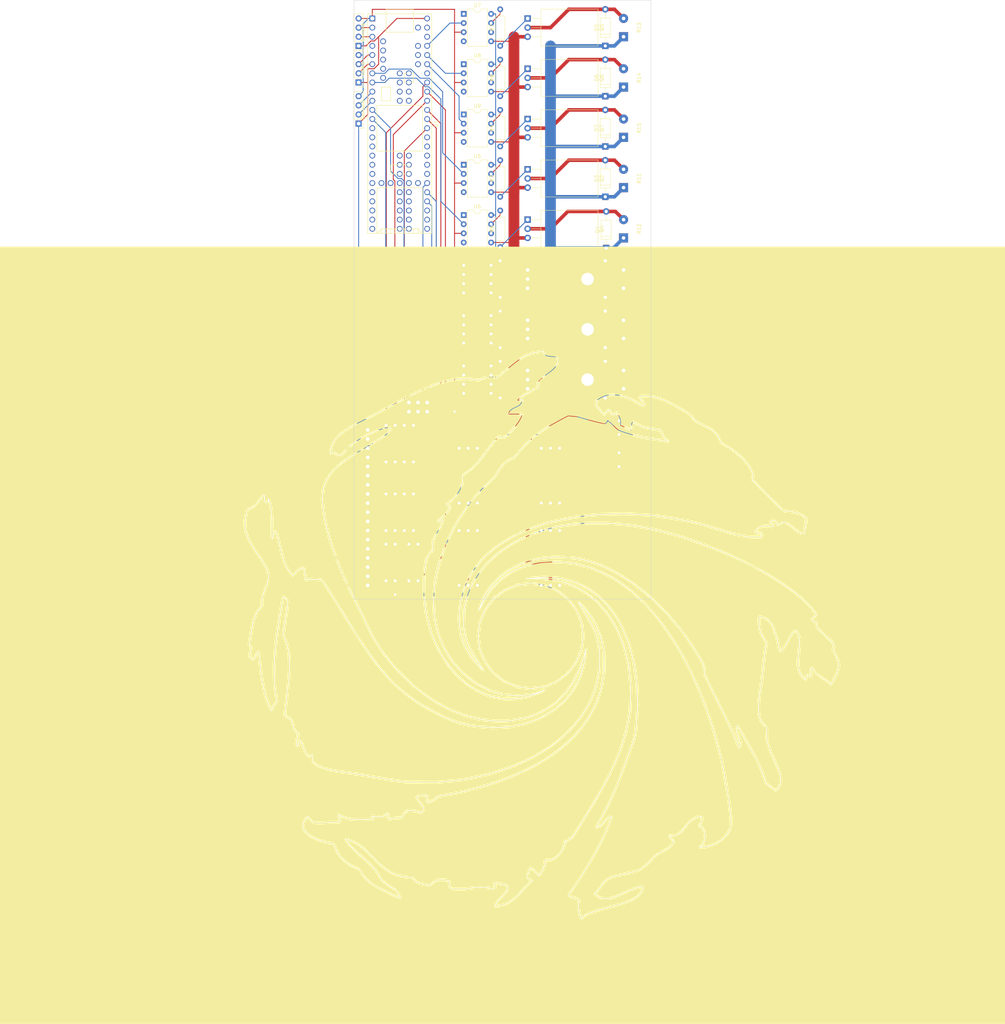
<source format=kicad_pcb>
(kicad_pcb (version 4) (host pcbnew "(2017-02-01 revision d1f8dbb)-4.0")
  (layers (0 F.Cu signal) (31 B.Cu signal) (34 B.Paste user) (35 F.Paste user) (36 B.SilkS user) (37 F.SilkS user) (38 B.Mask user) (39 F.Mask user) (44 Edge.Cuts user))
  (net 0 "")
  (net 1 GND)
  (net 2 "Net-(Q1-Pad1)")
  (net 3 "Net-(R1-Pad2)")
  (net 4 "Net-(Q2-Pad1)")
  (net 5 "Net-(Q3-Pad1)")
  (net 6 "Net-(R3-Pad2)")
  (net 7 "Net-(R4-Pad2)")
  (net 8 +24V)
  (net 9 "Net-(D1-Pad2)")
  (net 10 "Net-(D2-Pad2)")
  (net 11 "Net-(D3-Pad2)")
  (net 12 "Net-(D4-Pad2)")
  (net 13 "Net-(D5-Pad2)")
  (net 14 "Net-(D6-Pad2)")
  (net 15 "Net-(D7-Pad2)")
  (net 16 "Net-(D8-Pad2)")
  (net 17 "Net-(Q4-Pad1)")
  (net 18 "Net-(Q5-Pad1)")
  (net 19 "Net-(Q6-Pad1)")
  (net 20 "Net-(Q7-Pad1)")
  (net 21 "Net-(Q8-Pad1)")
  (net 22 "Net-(R2-Pad2)")
  (net 23 "Net-(R5-Pad2)")
  (net 24 "Net-(R6-Pad2)")
  (net 25 "Net-(R7-Pad2)")
  (net 26 "Net-(R8-Pad2)")
  (net 27 /Sheet58E8F73D/chanel8)
  (net 28 /Sheet58E8F73D/chanel7)
  (net 29 /Sheet58E8F73D/chanel6)
  (net 30 /Sheet58E8F73D/changel5)
  (net 31 /Sheet58E8F73D/chanel4)
  (net 32 /Sheet58E8F73D/chanel3)
  (net 33 /Sheet58E8F73D/chanel2)
  (net 34 /Sheet58E8F73D/chanel1)
  (net 35 /Sheet58E8F73D/cleanGND)
  (net 36 "Net-(Pressure1-Pad1)")
  (net 37 "Net-(Pressure1-Pad2)")
  (net 38 "Net-(Presure2-Pad2)")
  (net 39 "Net-(Presure3-Pad2)")
  (net 40 "Net-(R17-Pad1)")
  (net 41 "Net-(R18-Pad1)")
  (net 42 "Net-(R19-Pad1)")
  (net 43 "Net-(R21-Pad1)")
  (net 44 "Net-(R21-Pad2)")
  (net 45 "Net-(R23-Pad2)")
  (net 46 "Net-(R25-Pad1)")
  (net 47 "Net-(R25-Pad2)")
  (net 48 "Net-(PPM10-Pad1)")
  (net 49 "Net-(PPM9-Pad1)")
  (net 50 "Net-(Serial3-Pad2)")
  (net 51 "Net-(Serial3-Pad3)")
  (net 52 "Net-(CAN1-Pad2)")
  (net 53 "Net-(CAN1-Pad3)")
  (net 54 "Net-(Serial1-Pad2)")
  (net 55 "Net-(Serial1-Pad3)")
  (net 56 "Net-(CAN1-Pad1)")
  (net 57 "Net-(R23-Pad1)")
  (module robotlibary:traco_TVN_5-4815WI (layer F.Cu) (at 262.89 240.03 270)
    (fp_text reference Reg24v1 (at 7.62 -2.39 270) (layer F.SilkS))
    (fp_text value TRACO_DCDC_TVN_5-4815WI)
    (pad 1 thru_hole rect (at 0 0 270) (size 1.6 1.6) (drill 0.8) (layers *.Cu *.Mask) (net 8 +24V))
    (pad 13 thru_hole oval (at 15.24 27.94 270) (size 1.6 1.6) (drill 0.8) (layers *.Cu *.Mask))
    (pad 1 thru_hole oval (at 0 2.54 270) (size 1.6 1.6) (drill 0.8) (layers *.Cu *.Mask) (net 8 +24V))
    (pad 14 thru_hole oval (at 15.24 25.4 270) (size 1.6 1.6) (drill 0.8) (layers *.Cu *.Mask) (net 35 /Sheet58E8F73D/cleanGND))
    (pad 3 thru_hole oval (at 0 5.08 270) (size 1.6 1.6) (drill 0.8) (layers *.Cu *.Mask))
    (pad 15 thru_hole oval (at 15.24 22.86 270) (size 1.6 1.6) (drill 0.8) (layers *.Cu *.Mask) (net 36 "Net-(Pressure1-Pad1)"))
    (pad 10 thru_hole oval (at 0 22.86 270) (size 1.6 1.6) (drill 0.8) (layers *.Cu *.Mask))
    (pad 22 thru_hole oval (at 15.24 5.08 270) (size 1.6 1.6) (drill 0.8) (layers *.Cu *.Mask))
    (pad 11 thru_hole oval (at 0 25.4 270) (size 1.6 1.6) (drill 0.8) (layers *.Cu *.Mask))
    (pad 24 thru_hole oval (at 15.24 2.54 270) (size 1.6 1.6) (drill 0.8) (layers *.Cu *.Mask) (net 1 GND))
    (pad 12 thru_hole oval (at 0 27.94 270) (size 1.6 1.6) (drill 0.8) (layers *.Cu *.Mask))
    (pad 24 thru_hole oval (at 15.24 0 270) (size 1.6 1.6) (drill 0.8) (layers *.Cu *.Mask) (net 1 GND))
  )
  (module Resistors_THT:R_Axial_DIN0207_L6.3mm_D2.5mm_P10.16mm_Horizontal (layer F.Cu) (at 217.17 229.87 270)
    (fp_text reference R22 (at 5.08 -2.31 270) (layer F.SilkS))
    (fp_text value R)
    (pad 1 thru_hole circle (at 0 0 270) (size 1.6 1.6) (drill 0.8) (layers *.Cu *.Mask) (net 41 "Net-(R18-Pad1)"))
    (pad 2 thru_hole oval (at 10.16 0 270) (size 1.6 1.6) (drill 0.8) (layers *.Cu *.Mask) (net 35 /Sheet58E8F73D/cleanGND))
  )
  (module Pin_Headers:Pin_Header_Angled_1x03_Pitch2.54mm (layer F.Cu) (at 220.98 207.01 90)
    (fp_text reference PPM10 (at -2.54 2.54 180) (layer F.SilkS))
    (fp_text value CONN_01X03)
    (pad 1 thru_hole rect (at 0 0 90) (size 1.7 1.7) (drill 1) (layers *.Cu *.Mask) (net 48 "Net-(PPM10-Pad1)"))
    (pad 2 thru_hole oval (at 0 2.54 90) (size 1.7 1.7) (drill 1) (layers *.Cu *.Mask) (net 56 "Net-(CAN1-Pad1)"))
    (pad 3 thru_hole oval (at 0 5.08 90) (size 1.7 1.7) (drill 1) (layers *.Cu *.Mask) (net 35 /Sheet58E8F73D/cleanGND))
  )
  (module Housings_DIP:DIP-8_W7.62mm (layer F.Cu) (at 236.22 194.31)
    (fp_text reference U4 (at 3.81 -2.39) (layer F.SilkS))
    (fp_text value HCPL3120)
    (pad 1 thru_hole rect (at 0 0) (size 1.6 1.6) (drill 0.8) (layers *.Cu *.Mask))
    (pad 5 thru_hole oval (at 7.62 7.62) (size 1.6 1.6) (drill 0.8) (layers *.Cu *.Mask) (net 1 GND))
    (pad 2 thru_hole oval (at 0 2.54) (size 1.6 1.6) (drill 0.8) (layers *.Cu *.Mask) (net 33 /Sheet58E8F73D/chanel2))
    (pad 6 thru_hole oval (at 7.62 5.08) (size 1.6 1.6) (drill 0.8) (layers *.Cu *.Mask))
    (pad 3 thru_hole oval (at 0 5.08) (size 1.6 1.6) (drill 0.8) (layers *.Cu *.Mask) (net 35 /Sheet58E8F73D/cleanGND))
    (pad 7 thru_hole oval (at 7.62 2.54) (size 1.6 1.6) (drill 0.8) (layers *.Cu *.Mask) (net 22 "Net-(R2-Pad2)"))
    (pad 4 thru_hole oval (at 0 7.62) (size 1.6 1.6) (drill 0.8) (layers *.Cu *.Mask))
    (pad 8 thru_hole oval (at 7.62 0) (size 1.6 1.6) (drill 0.8) (layers *.Cu *.Mask) (net 8 +24V))
  )
  (module wsResistorNorm:R_Axial_DIN0207_L6.3mm_D2.5mm_P10.16mm_Horizontal (layer F.Cu) (at 246.38 133.35 90)
    (fp_text reference R4 (at 5.08 -2.31 90) (layer F.SilkS))
    (fp_text value R)
    (pad 1 thru_hole circle (at 0 0 90) (size 1.6 1.6) (drill 0.8) (layers *.Cu *.Mask) (net 20 "Net-(Q7-Pad1)"))
    (pad 2 thru_hole oval (at 10.16 0 90) (size 1.6 1.6) (drill 0.8) (layers *.Cu *.Mask) (net 7 "Net-(R4-Pad2)"))
  )
  (module wsResistorNorm:R_Axial_DIN0207_L6.3mm_D2.5mm_P10.16mm_Horizontal (layer F.Cu) (at 246.38 119.38 90)
    (fp_text reference R8 (at 5.08 -2.31 90) (layer F.SilkS))
    (fp_text value R)
    (pad 1 thru_hole circle (at 0 0 90) (size 1.6 1.6) (drill 0.8) (layers *.Cu *.Mask) (net 19 "Net-(Q6-Pad1)"))
    (pad 2 thru_hole oval (at 10.16 0 90) (size 1.6 1.6) (drill 0.8) (layers *.Cu *.Mask) (net 26 "Net-(R8-Pad2)"))
  )
  (module Housings_DIP:DIP-8_W7.62mm (layer F.Cu) (at 236.22 124.46)
    (fp_text reference U9 (at 3.81 -2.39) (layer F.SilkS))
    (fp_text value HCPL3120)
    (pad 1 thru_hole rect (at 0 0) (size 1.6 1.6) (drill 0.8) (layers *.Cu *.Mask))
    (pad 5 thru_hole oval (at 7.62 7.62) (size 1.6 1.6) (drill 0.8) (layers *.Cu *.Mask) (net 1 GND))
    (pad 2 thru_hole oval (at 0 2.54) (size 1.6 1.6) (drill 0.8) (layers *.Cu *.Mask) (net 28 /Sheet58E8F73D/chanel7))
    (pad 6 thru_hole oval (at 7.62 5.08) (size 1.6 1.6) (drill 0.8) (layers *.Cu *.Mask))
    (pad 3 thru_hole oval (at 0 5.08) (size 1.6 1.6) (drill 0.8) (layers *.Cu *.Mask) (net 35 /Sheet58E8F73D/cleanGND))
    (pad 7 thru_hole oval (at 7.62 2.54) (size 1.6 1.6) (drill 0.8) (layers *.Cu *.Mask) (net 7 "Net-(R4-Pad2)"))
    (pad 4 thru_hole oval (at 0 7.62) (size 1.6 1.6) (drill 0.8) (layers *.Cu *.Mask))
    (pad 8 thru_hole oval (at 7.62 0) (size 1.6 1.6) (drill 0.8) (layers *.Cu *.Mask) (net 8 +24V))
  )
  (module TO_SOT_Packages_THT:TO-220_Horizontal (layer F.Cu) (at 254 125.73 270)
    (fp_text reference Q7 (at 2.54 -20.58 270) (layer F.SilkS))
    (fp_text value IRLZ34N)
    (pad 0 np_thru_hole oval (at 2.54 -16.66 270) (size 3.5 3.5) (drill 3.5) (layers *.Cu *.Mask))
    (pad 1 thru_hole rect (at 0 0 270) (size 1.8 1.8) (drill 1) (layers *.Cu *.Mask) (net 20 "Net-(Q7-Pad1)"))
    (pad 2 thru_hole oval (at 2.54 0 270) (size 1.8 1.8) (drill 1) (layers *.Cu *.Mask) (net 15 "Net-(D7-Pad2)"))
    (pad 3 thru_hole oval (at 5.08 0 270) (size 1.8 1.8) (drill 1) (layers *.Cu *.Mask) (net 1 GND))
  )
  (module Diodes_THT:D_A-405_P10.16mm_Horizontal (layer F.Cu) (at 275.59 119.38 90)
    (fp_text reference D6 (at 5.08 -2.41 90) (layer F.SilkS))
    (fp_text value D)
    (pad 1 thru_hole rect (at 0 0 90) (size 1.8 1.8) (drill 0.9) (layers *.Cu *.Mask) (net 8 +24V))
    (pad 2 thru_hole oval (at 10.16 0 90) (size 1.8 1.8) (drill 0.9) (layers *.Cu *.Mask) (net 14 "Net-(D6-Pad2)"))
  )
  (module TO_SOT_Packages_THT:TO-220_Horizontal (layer F.Cu) (at 254 111.76 270)
    (fp_text reference Q6 (at 2.54 -20.58 270) (layer F.SilkS))
    (fp_text value IRLZ34N)
    (pad 0 np_thru_hole oval (at 2.54 -16.66 270) (size 3.5 3.5) (drill 3.5) (layers *.Cu *.Mask))
    (pad 1 thru_hole rect (at 0 0 270) (size 1.8 1.8) (drill 1) (layers *.Cu *.Mask) (net 19 "Net-(Q6-Pad1)"))
    (pad 2 thru_hole oval (at 2.54 0 270) (size 1.8 1.8) (drill 1) (layers *.Cu *.Mask) (net 14 "Net-(D6-Pad2)"))
    (pad 3 thru_hole oval (at 5.08 0 270) (size 1.8 1.8) (drill 1) (layers *.Cu *.Mask) (net 1 GND))
  )
  (module Housings_DIP:DIP-8_W7.62mm (layer F.Cu) (at 236.22 180.34)
    (fp_text reference U2 (at 3.81 -2.39) (layer F.SilkS))
    (fp_text value HCPL3120)
    (pad 1 thru_hole rect (at 0 0) (size 1.6 1.6) (drill 0.8) (layers *.Cu *.Mask))
    (pad 5 thru_hole oval (at 7.62 7.62) (size 1.6 1.6) (drill 0.8) (layers *.Cu *.Mask) (net 1 GND))
    (pad 2 thru_hole oval (at 0 2.54) (size 1.6 1.6) (drill 0.8) (layers *.Cu *.Mask) (net 34 /Sheet58E8F73D/chanel1))
    (pad 6 thru_hole oval (at 7.62 5.08) (size 1.6 1.6) (drill 0.8) (layers *.Cu *.Mask))
    (pad 3 thru_hole oval (at 0 5.08) (size 1.6 1.6) (drill 0.8) (layers *.Cu *.Mask) (net 35 /Sheet58E8F73D/cleanGND))
    (pad 7 thru_hole oval (at 7.62 2.54) (size 1.6 1.6) (drill 0.8) (layers *.Cu *.Mask) (net 3 "Net-(R1-Pad2)"))
    (pad 4 thru_hole oval (at 0 7.62) (size 1.6 1.6) (drill 0.8) (layers *.Cu *.Mask))
    (pad 8 thru_hole oval (at 7.62 0) (size 1.6 1.6) (drill 0.8) (layers *.Cu *.Mask) (net 8 +24V))
  )
  (module Housings_DIP:DIP-8_W7.62mm (layer F.Cu) (at 236.22 138.43)
    (fp_text reference U5 (at 3.81 -2.39) (layer F.SilkS))
    (fp_text value HCPL3120)
    (pad 1 thru_hole rect (at 0 0) (size 1.6 1.6) (drill 0.8) (layers *.Cu *.Mask))
    (pad 5 thru_hole oval (at 7.62 7.62) (size 1.6 1.6) (drill 0.8) (layers *.Cu *.Mask) (net 1 GND))
    (pad 2 thru_hole oval (at 0 2.54) (size 1.6 1.6) (drill 0.8) (layers *.Cu *.Mask) (net 32 /Sheet58E8F73D/chanel3))
    (pad 6 thru_hole oval (at 7.62 5.08) (size 1.6 1.6) (drill 0.8) (layers *.Cu *.Mask))
    (pad 3 thru_hole oval (at 0 5.08) (size 1.6 1.6) (drill 0.8) (layers *.Cu *.Mask) (net 35 /Sheet58E8F73D/cleanGND))
    (pad 7 thru_hole oval (at 7.62 2.54) (size 1.6 1.6) (drill 0.8) (layers *.Cu *.Mask) (net 6 "Net-(R3-Pad2)"))
    (pad 4 thru_hole oval (at 0 7.62) (size 1.6 1.6) (drill 0.8) (layers *.Cu *.Mask))
    (pad 8 thru_hole oval (at 7.62 0) (size 1.6 1.6) (drill 0.8) (layers *.Cu *.Mask) (net 8 +24V))
  )
  (module Housings_DIP:DIP-8_W7.62mm (layer F.Cu) (at 236.22 152.4)
    (fp_text reference U6 (at 3.81 -2.39) (layer F.SilkS))
    (fp_text value HCPL3120)
    (pad 1 thru_hole rect (at 0 0) (size 1.6 1.6) (drill 0.8) (layers *.Cu *.Mask))
    (pad 5 thru_hole oval (at 7.62 7.62) (size 1.6 1.6) (drill 0.8) (layers *.Cu *.Mask) (net 1 GND))
    (pad 2 thru_hole oval (at 0 2.54) (size 1.6 1.6) (drill 0.8) (layers *.Cu *.Mask) (net 31 /Sheet58E8F73D/chanel4))
    (pad 6 thru_hole oval (at 7.62 5.08) (size 1.6 1.6) (drill 0.8) (layers *.Cu *.Mask))
    (pad 3 thru_hole oval (at 0 5.08) (size 1.6 1.6) (drill 0.8) (layers *.Cu *.Mask) (net 35 /Sheet58E8F73D/cleanGND))
    (pad 7 thru_hole oval (at 7.62 2.54) (size 1.6 1.6) (drill 0.8) (layers *.Cu *.Mask) (net 24 "Net-(R6-Pad2)"))
    (pad 4 thru_hole oval (at 0 7.62) (size 1.6 1.6) (drill 0.8) (layers *.Cu *.Mask))
    (pad 8 thru_hole oval (at 7.62 0) (size 1.6 1.6) (drill 0.8) (layers *.Cu *.Mask) (net 8 +24V))
  )
  (module Housings_DIP:DIP-8_W7.62mm (layer F.Cu) (at 236.22 96.52)
    (fp_text reference U7 (at 3.81 -2.39) (layer F.SilkS))
    (fp_text value HCPL3120)
    (pad 1 thru_hole rect (at 0 0) (size 1.6 1.6) (drill 0.8) (layers *.Cu *.Mask))
    (pad 5 thru_hole oval (at 7.62 7.62) (size 1.6 1.6) (drill 0.8) (layers *.Cu *.Mask) (net 1 GND))
    (pad 2 thru_hole oval (at 0 2.54) (size 1.6 1.6) (drill 0.8) (layers *.Cu *.Mask) (net 30 /Sheet58E8F73D/changel5))
    (pad 6 thru_hole oval (at 7.62 5.08) (size 1.6 1.6) (drill 0.8) (layers *.Cu *.Mask))
    (pad 3 thru_hole oval (at 0 5.08) (size 1.6 1.6) (drill 0.8) (layers *.Cu *.Mask) (net 35 /Sheet58E8F73D/cleanGND))
    (pad 7 thru_hole oval (at 7.62 2.54) (size 1.6 1.6) (drill 0.8) (layers *.Cu *.Mask) (net 25 "Net-(R7-Pad2)"))
    (pad 4 thru_hole oval (at 0 7.62) (size 1.6 1.6) (drill 0.8) (layers *.Cu *.Mask))
    (pad 8 thru_hole oval (at 7.62 0) (size 1.6 1.6) (drill 0.8) (layers *.Cu *.Mask) (net 8 +24V))
  )
  (module Housings_DIP:DIP-8_W7.62mm (layer F.Cu) (at 236.22 110.49)
    (fp_text reference U8 (at 3.81 -2.39) (layer F.SilkS))
    (fp_text value HCPL3120)
    (pad 1 thru_hole rect (at 0 0) (size 1.6 1.6) (drill 0.8) (layers *.Cu *.Mask))
    (pad 5 thru_hole oval (at 7.62 7.62) (size 1.6 1.6) (drill 0.8) (layers *.Cu *.Mask) (net 1 GND))
    (pad 2 thru_hole oval (at 0 2.54) (size 1.6 1.6) (drill 0.8) (layers *.Cu *.Mask) (net 29 /Sheet58E8F73D/chanel6))
    (pad 6 thru_hole oval (at 7.62 5.08) (size 1.6 1.6) (drill 0.8) (layers *.Cu *.Mask))
    (pad 3 thru_hole oval (at 0 5.08) (size 1.6 1.6) (drill 0.8) (layers *.Cu *.Mask) (net 35 /Sheet58E8F73D/cleanGND))
    (pad 7 thru_hole oval (at 7.62 2.54) (size 1.6 1.6) (drill 0.8) (layers *.Cu *.Mask) (net 26 "Net-(R8-Pad2)"))
    (pad 4 thru_hole oval (at 0 7.62) (size 1.6 1.6) (drill 0.8) (layers *.Cu *.Mask))
    (pad 8 thru_hole oval (at 7.62 0) (size 1.6 1.6) (drill 0.8) (layers *.Cu *.Mask) (net 8 +24V))
  )
  (module Housings_DIP:DIP-8_W7.62mm (layer F.Cu) (at 236.22 166.37)
    (fp_text reference U10 (at 3.81 -2.39) (layer F.SilkS))
    (fp_text value HCPL3120)
    (pad 1 thru_hole rect (at 0 0) (size 1.6 1.6) (drill 0.8) (layers *.Cu *.Mask))
    (pad 5 thru_hole oval (at 7.62 7.62) (size 1.6 1.6) (drill 0.8) (layers *.Cu *.Mask) (net 1 GND))
    (pad 2 thru_hole oval (at 0 2.54) (size 1.6 1.6) (drill 0.8) (layers *.Cu *.Mask) (net 27 /Sheet58E8F73D/chanel8))
    (pad 6 thru_hole oval (at 7.62 5.08) (size 1.6 1.6) (drill 0.8) (layers *.Cu *.Mask))
    (pad 3 thru_hole oval (at 0 5.08) (size 1.6 1.6) (drill 0.8) (layers *.Cu *.Mask) (net 35 /Sheet58E8F73D/cleanGND))
    (pad 7 thru_hole oval (at 7.62 2.54) (size 1.6 1.6) (drill 0.8) (layers *.Cu *.Mask) (net 23 "Net-(R5-Pad2)"))
    (pad 4 thru_hole oval (at 0 7.62) (size 1.6 1.6) (drill 0.8) (layers *.Cu *.Mask))
    (pad 8 thru_hole oval (at 7.62 0) (size 1.6 1.6) (drill 0.8) (layers *.Cu *.Mask) (net 8 +24V))
  )
  (module wsResistorNorm:R_Axial_DIN0207_L6.3mm_D2.5mm_P10.16mm_Horizontal (layer F.Cu) (at 246.38 189.23 90)
    (fp_text reference R1 (at 5.08 -2.31 90) (layer F.SilkS))
    (fp_text value R)
    (pad 1 thru_hole circle (at 0 0 90) (size 1.6 1.6) (drill 0.8) (layers *.Cu *.Mask) (net 2 "Net-(Q1-Pad1)"))
    (pad 2 thru_hole oval (at 10.16 0 90) (size 1.6 1.6) (drill 0.8) (layers *.Cu *.Mask) (net 3 "Net-(R1-Pad2)"))
  )
  (module wsResistorNorm:R_Axial_DIN0207_L6.3mm_D2.5mm_P10.16mm_Horizontal (layer F.Cu) (at 246.38 203.2 90)
    (fp_text reference R2 (at 5.08 -2.31 90) (layer F.SilkS))
    (fp_text value R)
    (pad 1 thru_hole circle (at 0 0 90) (size 1.6 1.6) (drill 0.8) (layers *.Cu *.Mask) (net 4 "Net-(Q2-Pad1)"))
    (pad 2 thru_hole oval (at 10.16 0 90) (size 1.6 1.6) (drill 0.8) (layers *.Cu *.Mask) (net 22 "Net-(R2-Pad2)"))
  )
  (module wsResistorNorm:R_Axial_DIN0207_L6.3mm_D2.5mm_P10.16mm_Horizontal (layer F.Cu) (at 246.38 147.32 90)
    (fp_text reference R3 (at 5.08 -2.31 90) (layer F.SilkS))
    (fp_text value R)
    (pad 1 thru_hole circle (at 0 0 90) (size 1.6 1.6) (drill 0.8) (layers *.Cu *.Mask) (net 5 "Net-(Q3-Pad1)"))
    (pad 2 thru_hole oval (at 10.16 0 90) (size 1.6 1.6) (drill 0.8) (layers *.Cu *.Mask) (net 6 "Net-(R3-Pad2)"))
  )
  (module wsResistorNorm:R_Axial_DIN0207_L6.3mm_D2.5mm_P10.16mm_Horizontal (layer F.Cu) (at 246.38 175.26 90)
    (fp_text reference R5 (at 5.08 -2.31 90) (layer F.SilkS))
    (fp_text value R)
    (pad 1 thru_hole circle (at 0 0 90) (size 1.6 1.6) (drill 0.8) (layers *.Cu *.Mask) (net 21 "Net-(Q8-Pad1)"))
    (pad 2 thru_hole oval (at 10.16 0 90) (size 1.6 1.6) (drill 0.8) (layers *.Cu *.Mask) (net 23 "Net-(R5-Pad2)"))
  )
  (module wsResistorNorm:R_Axial_DIN0207_L6.3mm_D2.5mm_P10.16mm_Horizontal (layer F.Cu) (at 246.38 161.29 90)
    (fp_text reference R6 (at 5.08 -2.31 90) (layer F.SilkS))
    (fp_text value R)
    (pad 1 thru_hole circle (at 0 0 90) (size 1.6 1.6) (drill 0.8) (layers *.Cu *.Mask) (net 17 "Net-(Q4-Pad1)"))
    (pad 2 thru_hole oval (at 10.16 0 90) (size 1.6 1.6) (drill 0.8) (layers *.Cu *.Mask) (net 24 "Net-(R6-Pad2)"))
  )
  (module wsResistorNorm:R_Axial_DIN0207_L6.3mm_D2.5mm_P10.16mm_Horizontal (layer F.Cu) (at 246.38 105.41 90)
    (fp_text reference R7 (at 5.08 -2.31 90) (layer F.SilkS))
    (fp_text value R)
    (pad 1 thru_hole circle (at 0 0 90) (size 1.6 1.6) (drill 0.8) (layers *.Cu *.Mask) (net 18 "Net-(Q5-Pad1)"))
    (pad 2 thru_hole oval (at 10.16 0 90) (size 1.6 1.6) (drill 0.8) (layers *.Cu *.Mask) (net 25 "Net-(R7-Pad2)"))
  )
  (module Diodes_THT:D_A-405_P10.16mm_Horizontal (layer F.Cu) (at 275.59 189.23 90)
    (fp_text reference D1 (at 5.08 -2.41 90) (layer F.SilkS))
    (fp_text value D)
    (pad 1 thru_hole rect (at 0 0 90) (size 1.8 1.8) (drill 0.9) (layers *.Cu *.Mask) (net 8 +24V))
    (pad 2 thru_hole oval (at 10.16 0 90) (size 1.8 1.8) (drill 0.9) (layers *.Cu *.Mask) (net 9 "Net-(D1-Pad2)"))
  )
  (module Diodes_THT:D_A-405_P10.16mm_Horizontal (layer F.Cu) (at 275.59 203.2 90)
    (fp_text reference D2 (at 5.08 -2.41 90) (layer F.SilkS))
    (fp_text value D)
    (pad 1 thru_hole rect (at 0 0 90) (size 1.8 1.8) (drill 0.9) (layers *.Cu *.Mask) (net 8 +24V))
    (pad 2 thru_hole oval (at 10.16 0 90) (size 1.8 1.8) (drill 0.9) (layers *.Cu *.Mask) (net 10 "Net-(D2-Pad2)"))
  )
  (module Diodes_THT:D_A-405_P10.16mm_Horizontal (layer F.Cu) (at 275.59 147.32 90)
    (fp_text reference D3 (at 5.08 -2.41 90) (layer F.SilkS))
    (fp_text value D)
    (pad 1 thru_hole rect (at 0 0 90) (size 1.8 1.8) (drill 0.9) (layers *.Cu *.Mask) (net 8 +24V))
    (pad 2 thru_hole oval (at 10.16 0 90) (size 1.8 1.8) (drill 0.9) (layers *.Cu *.Mask) (net 11 "Net-(D3-Pad2)"))
  )
  (module Diodes_THT:D_A-405_P10.16mm_Horizontal (layer F.Cu) (at 275.834344 161.559448 90)
    (fp_text reference D4 (at 5.08 -2.41 90) (layer F.SilkS))
    (fp_text value D)
    (pad 1 thru_hole rect (at 0 0 90) (size 1.8 1.8) (drill 0.9) (layers *.Cu *.Mask) (net 8 +24V))
    (pad 2 thru_hole oval (at 10.16 0 90) (size 1.8 1.8) (drill 0.9) (layers *.Cu *.Mask) (net 12 "Net-(D4-Pad2)"))
  )
  (module Diodes_THT:D_A-405_P10.16mm_Horizontal (layer F.Cu) (at 275.59 105.41 90)
    (fp_text reference D5 (at 5.08 -2.41 90) (layer F.SilkS))
    (fp_text value D)
    (pad 1 thru_hole rect (at 0 0 90) (size 1.8 1.8) (drill 0.9) (layers *.Cu *.Mask) (net 8 +24V))
    (pad 2 thru_hole oval (at 10.16 0 90) (size 1.8 1.8) (drill 0.9) (layers *.Cu *.Mask) (net 13 "Net-(D5-Pad2)"))
  )
  (module Diodes_THT:D_A-405_P10.16mm_Horizontal (layer F.Cu) (at 275.59 133.35 90)
    (fp_text reference D7 (at 5.08 -2.41 90) (layer F.SilkS))
    (fp_text value D)
    (pad 1 thru_hole rect (at 0 0 90) (size 1.8 1.8) (drill 0.9) (layers *.Cu *.Mask) (net 8 +24V))
    (pad 2 thru_hole oval (at 10.16 0 90) (size 1.8 1.8) (drill 0.9) (layers *.Cu *.Mask) (net 15 "Net-(D7-Pad2)"))
  )
  (module Diodes_THT:D_A-405_P10.16mm_Horizontal (layer F.Cu) (at 275.59 175.26 90)
    (fp_text reference D8 (at 5.08 -2.41 90) (layer F.SilkS))
    (fp_text value D)
    (pad 1 thru_hole rect (at 0 0 90) (size 1.8 1.8) (drill 0.9) (layers *.Cu *.Mask) (net 8 +24V))
    (pad 2 thru_hole oval (at 10.16 0 90) (size 1.8 1.8) (drill 0.9) (layers *.Cu *.Mask) (net 16 "Net-(D8-Pad2)"))
  )
  (module TO_SOT_Packages_THT:TO-220_Horizontal (layer F.Cu) (at 254 181.61 270)
    (fp_text reference Q1 (at 2.54 -20.58 270) (layer F.SilkS))
    (fp_text value IRLZ34N)
    (pad 0 np_thru_hole oval (at 2.54 -16.66 270) (size 3.5 3.5) (drill 3.5) (layers *.Cu *.Mask))
    (pad 1 thru_hole rect (at 0 0 270) (size 1.8 1.8) (drill 1) (layers *.Cu *.Mask) (net 2 "Net-(Q1-Pad1)"))
    (pad 2 thru_hole oval (at 2.54 0 270) (size 1.8 1.8) (drill 1) (layers *.Cu *.Mask) (net 9 "Net-(D1-Pad2)"))
    (pad 3 thru_hole oval (at 5.08 0 270) (size 1.8 1.8) (drill 1) (layers *.Cu *.Mask) (net 1 GND))
  )
  (module TO_SOT_Packages_THT:TO-220_Horizontal (layer F.Cu) (at 254 195.58 270)
    (fp_text reference Q2 (at 2.54 -20.58 270) (layer F.SilkS))
    (fp_text value IRLZ34N)
    (pad 0 np_thru_hole oval (at 2.54 -16.66 270) (size 3.5 3.5) (drill 3.5) (layers *.Cu *.Mask))
    (pad 1 thru_hole rect (at 0 0 270) (size 1.8 1.8) (drill 1) (layers *.Cu *.Mask) (net 4 "Net-(Q2-Pad1)"))
    (pad 2 thru_hole oval (at 2.54 0 270) (size 1.8 1.8) (drill 1) (layers *.Cu *.Mask) (net 10 "Net-(D2-Pad2)"))
    (pad 3 thru_hole oval (at 5.08 0 270) (size 1.8 1.8) (drill 1) (layers *.Cu *.Mask) (net 1 GND))
  )
  (module TO_SOT_Packages_THT:TO-220_Horizontal (layer F.Cu) (at 254 139.7 270)
    (fp_text reference Q3 (at 2.54 -20.58 270) (layer F.SilkS))
    (fp_text value IRLZ34N)
    (pad 0 np_thru_hole oval (at 2.54 -16.66 270) (size 3.5 3.5) (drill 3.5) (layers *.Cu *.Mask))
    (pad 1 thru_hole rect (at 0 0 270) (size 1.8 1.8) (drill 1) (layers *.Cu *.Mask) (net 5 "Net-(Q3-Pad1)"))
    (pad 2 thru_hole oval (at 2.54 0 270) (size 1.8 1.8) (drill 1) (layers *.Cu *.Mask) (net 11 "Net-(D3-Pad2)"))
    (pad 3 thru_hole oval (at 5.08 0 270) (size 1.8 1.8) (drill 1) (layers *.Cu *.Mask) (net 1 GND))
  )
  (module TO_SOT_Packages_THT:TO-220_Horizontal (layer F.Cu) (at 254 153.67 270)
    (fp_text reference Q4 (at 2.54 -20.58 270) (layer F.SilkS))
    (fp_text value IRLZ34N)
    (pad 0 np_thru_hole oval (at 2.54 -16.66 270) (size 3.5 3.5) (drill 3.5) (layers *.Cu *.Mask))
    (pad 1 thru_hole rect (at 0 0 270) (size 1.8 1.8) (drill 1) (layers *.Cu *.Mask) (net 17 "Net-(Q4-Pad1)"))
    (pad 2 thru_hole oval (at 2.54 0 270) (size 1.8 1.8) (drill 1) (layers *.Cu *.Mask) (net 12 "Net-(D4-Pad2)"))
    (pad 3 thru_hole oval (at 5.08 0 270) (size 1.8 1.8) (drill 1) (layers *.Cu *.Mask) (net 1 GND))
  )
  (module TO_SOT_Packages_THT:TO-220_Horizontal (layer F.Cu) (at 254 97.79 270)
    (fp_text reference Q5 (at 2.54 -20.58 270) (layer F.SilkS))
    (fp_text value IRLZ34N)
    (pad 0 np_thru_hole oval (at 2.54 -16.66 270) (size 3.5 3.5) (drill 3.5) (layers *.Cu *.Mask))
    (pad 1 thru_hole rect (at 0 0 270) (size 1.8 1.8) (drill 1) (layers *.Cu *.Mask) (net 18 "Net-(Q5-Pad1)"))
    (pad 2 thru_hole oval (at 2.54 0 270) (size 1.8 1.8) (drill 1) (layers *.Cu *.Mask) (net 13 "Net-(D5-Pad2)"))
    (pad 3 thru_hole oval (at 5.08 0 270) (size 1.8 1.8) (drill 1) (layers *.Cu *.Mask) (net 1 GND))
  )
  (module TO_SOT_Packages_THT:TO-220_Horizontal (layer F.Cu) (at 254 167.64 270)
    (fp_text reference Q8 (at 2.54 -20.58 270) (layer F.SilkS))
    (fp_text value IRLZ34N)
    (pad 0 np_thru_hole oval (at 2.54 -16.66 270) (size 3.5 3.5) (drill 3.5) (layers *.Cu *.Mask))
    (pad 1 thru_hole rect (at 0 0 270) (size 1.8 1.8) (drill 1) (layers *.Cu *.Mask) (net 21 "Net-(Q8-Pad1)"))
    (pad 2 thru_hole oval (at 2.54 0 270) (size 1.8 1.8) (drill 1) (layers *.Cu *.Mask) (net 16 "Net-(D8-Pad2)"))
    (pad 3 thru_hole oval (at 5.08 0 270) (size 1.8 1.8) (drill 1) (layers *.Cu *.Mask) (net 1 GND))
  )
  (module Resistors_THT:R_Axial_DIN0207_L6.3mm_D2.5mm_P10.16mm_Horizontal (layer F.Cu) (at 222.25 210.82 270)
    (fp_text reference R17 (at 5.08 -2.31 270) (layer F.SilkS))
    (fp_text value R)
    (pad 1 thru_hole circle (at 0 0 270) (size 1.6 1.6) (drill 0.8) (layers *.Cu *.Mask) (net 40 "Net-(R17-Pad1)"))
    (pad 2 thru_hole oval (at 10.16 0 270) (size 1.6 1.6) (drill 0.8) (layers *.Cu *.Mask) (net 37 "Net-(Pressure1-Pad2)"))
  )
  (module Resistors_THT:R_Axial_DIN0207_L6.3mm_D2.5mm_P10.16mm_Horizontal (layer F.Cu) (at 214.63 229.87 270)
    (fp_text reference R18 (at 5.08 -2.31 270) (layer F.SilkS))
    (fp_text value R)
    (pad 1 thru_hole circle (at 0 0 270) (size 1.6 1.6) (drill 0.8) (layers *.Cu *.Mask) (net 41 "Net-(R18-Pad1)"))
    (pad 2 thru_hole oval (at 10.16 0 270) (size 1.6 1.6) (drill 0.8) (layers *.Cu *.Mask) (net 38 "Net-(Presure2-Pad2)"))
  )
  (module Resistors_THT:R_Axial_DIN0207_L6.3mm_D2.5mm_P10.16mm_Horizontal (layer F.Cu) (at 219.71 229.87 270)
    (fp_text reference R19 (at 5.08 -2.31 270) (layer F.SilkS))
    (fp_text value R)
    (pad 1 thru_hole circle (at 0 0 270) (size 1.6 1.6) (drill 0.8) (layers *.Cu *.Mask) (net 42 "Net-(R19-Pad1)"))
    (pad 2 thru_hole oval (at 10.16 0 270) (size 1.6 1.6) (drill 0.8) (layers *.Cu *.Mask) (net 39 "Net-(Presure3-Pad2)"))
  )
  (module Resistors_THT:R_Axial_DIN0207_L6.3mm_D2.5mm_P10.16mm_Horizontal (layer F.Cu) (at 219.71 210.82 270)
    (fp_text reference R20 (at 5.08 -2.31 270) (layer F.SilkS))
    (fp_text value R)
    (pad 1 thru_hole circle (at 0 0 270) (size 1.6 1.6) (drill 0.8) (layers *.Cu *.Mask) (net 40 "Net-(R17-Pad1)"))
    (pad 2 thru_hole oval (at 10.16 0 270) (size 1.6 1.6) (drill 0.8) (layers *.Cu *.Mask) (net 35 /Sheet58E8F73D/cleanGND))
  )
  (module Resistors_THT:R_Axial_DIN0207_L6.3mm_D2.5mm_P10.16mm_Horizontal (layer F.Cu) (at 214.63 243.84 270)
    (fp_text reference R21 (at 5.08 -2.31 270) (layer F.SilkS))
    (fp_text value R)
    (pad 1 thru_hole circle (at 0 0 270) (size 1.6 1.6) (drill 0.8) (layers *.Cu *.Mask) (net 43 "Net-(R21-Pad1)"))
    (pad 2 thru_hole oval (at 10.16 0 270) (size 1.6 1.6) (drill 0.8) (layers *.Cu *.Mask) (net 44 "Net-(R21-Pad2)"))
  )
  (module Resistors_THT:R_Axial_DIN0207_L6.3mm_D2.5mm_P10.16mm_Horizontal (layer F.Cu) (at 223.52 254 90)
    (fp_text reference R23 (at 5.08 -2.31 90) (layer F.SilkS))
    (fp_text value R)
    (pad 1 thru_hole circle (at 0 0 90) (size 1.6 1.6) (drill 0.8) (layers *.Cu *.Mask) (net 57 "Net-(R23-Pad1)"))
    (pad 2 thru_hole oval (at 10.16 0 90) (size 1.6 1.6) (drill 0.8) (layers *.Cu *.Mask) (net 45 "Net-(R23-Pad2)"))
  )
  (module Resistors_THT:R_Axial_DIN0207_L6.3mm_D2.5mm_P10.16mm_Horizontal (layer F.Cu) (at 222.25 229.87 270)
    (fp_text reference R24 (at 5.08 -2.31 270) (layer F.SilkS))
    (fp_text value R)
    (pad 1 thru_hole circle (at 0 0 270) (size 1.6 1.6) (drill 0.8) (layers *.Cu *.Mask) (net 42 "Net-(R19-Pad1)"))
    (pad 2 thru_hole oval (at 10.16 0 270) (size 1.6 1.6) (drill 0.8) (layers *.Cu *.Mask) (net 35 /Sheet58E8F73D/cleanGND))
  )
  (module Resistors_THT:R_Axial_DIN0207_L6.3mm_D2.5mm_P10.16mm_Horizontal (layer F.Cu) (at 214.63 210.82 270)
    (fp_text reference R25 (at 5.08 -2.31 270) (layer F.SilkS))
    (fp_text value R)
    (pad 1 thru_hole circle (at 0 0 270) (size 1.6 1.6) (drill 0.8) (layers *.Cu *.Mask) (net 46 "Net-(R25-Pad1)"))
    (pad 2 thru_hole oval (at 10.16 0 270) (size 1.6 1.6) (drill 0.8) (layers *.Cu *.Mask) (net 47 "Net-(R25-Pad2)"))
  )
  (module Resistors_THT:R_Axial_DIN0207_L6.3mm_D2.5mm_P10.16mm_Horizontal (layer F.Cu) (at 217.17 243.84 270)
    (fp_text reference R26 (at 5.08 -2.31 270) (layer F.SilkS))
    (fp_text value R)
    (pad 1 thru_hole circle (at 0 0 270) (size 1.6 1.6) (drill 0.8) (layers *.Cu *.Mask) (net 43 "Net-(R21-Pad1)"))
    (pad 2 thru_hole oval (at 10.16 0 270) (size 1.6 1.6) (drill 0.8) (layers *.Cu *.Mask) (net 35 /Sheet58E8F73D/cleanGND))
  )
  (module Resistors_THT:R_Axial_DIN0207_L6.3mm_D2.5mm_P10.16mm_Horizontal (layer F.Cu) (at 217.17 210.82 270)
    (fp_text reference R28 (at 5.08 -2.31 270) (layer F.SilkS))
    (fp_text value R)
    (pad 1 thru_hole circle (at 0 0 270) (size 1.6 1.6) (drill 0.8) (layers *.Cu *.Mask) (net 46 "Net-(R25-Pad1)"))
    (pad 2 thru_hole oval (at 10.16 0 270) (size 1.6 1.6) (drill 0.8) (layers *.Cu *.Mask) (net 35 /Sheet58E8F73D/cleanGND))
  )
  (module robotlibary:WSBattery (layer F.Cu) (at 279.4 215.9 90)
    (fp_text reference BT1 (at 0 7.62 90) (layer F.SilkS))
    (fp_text value Battery)
    (pad 2 thru_hole rect (at 6.35 0 90) (size 2.54 7.62) (drill 0.762) (layers *.Cu *.Mask) (net 1 GND))
    (pad 1 thru_hole rect (at -2.54 0 90) (size 2.54 7.62) (drill 0.762) (layers *.Cu *.Mask) (net 8 +24V))
    (pad 1 thru_hole rect (at -6.35 0 90) (size 2.54 7.62) (drill 0.762) (layers *.Cu *.Mask) (net 8 +24V))
    (pad 2 thru_hole rect (at 2.54 0 90) (size 2.54 7.62) (drill 0.762) (layers *.Cu *.Mask) (net 1 GND))
  )
  (module Pin_Headers:Pin_Header_Angled_1x03_Pitch2.54mm (layer F.Cu) (at 220.98 204.47 90)
    (fp_text reference PPM9 (at 4.315 -2.27 90) (layer F.SilkS))
    (fp_text value CONN_01X03)
    (pad 1 thru_hole rect (at 0 0 90) (size 1.7 1.7) (drill 1) (layers *.Cu *.Mask) (net 49 "Net-(PPM9-Pad1)"))
    (pad 2 thru_hole oval (at 0 2.54 90) (size 1.7 1.7) (drill 1) (layers *.Cu *.Mask) (net 56 "Net-(CAN1-Pad1)"))
    (pad 3 thru_hole oval (at 0 5.08 90) (size 1.7 1.7) (drill 1) (layers *.Cu *.Mask) (net 35 /Sheet58E8F73D/cleanGND))
  )
  (module Teensy:Teensy35_36 (layer F.Cu) (at 218.44 127 270)
    (fp_text reference U1 (at 0 -10.16 270) (layer F.SilkS))
    (fp_text value Teensy3.5)
    (pad 17 thru_hole circle (at 11.43 7.62 270) (size 1.6 1.6) (drill 1.1) (layers *.Cu *.Mask))
    (pad 18 thru_hole circle (at 13.97 7.62 270) (size 1.6 1.6) (drill 1.1) (layers *.Cu *.Mask))
    (pad 19 thru_hole circle (at 16.51 7.62 270) (size 1.6 1.6) (drill 1.1) (layers *.Cu *.Mask))
    (pad 20 thru_hole circle (at 19.05 7.62 270) (size 1.6 1.6) (drill 1.1) (layers *.Cu *.Mask))
    (pad 16 thru_hole circle (at 8.89 7.62 270) (size 1.6 1.6) (drill 1.1) (layers *.Cu *.Mask))
    (pad 15 thru_hole circle (at 6.35 7.62 270) (size 1.6 1.6) (drill 1.1) (layers *.Cu *.Mask))
    (pad 14 thru_hole circle (at 3.81 7.62 270) (size 1.6 1.6) (drill 1.1) (layers *.Cu *.Mask))
    (pad 21 thru_hole circle (at 21.59 7.62 270) (size 1.6 1.6) (drill 1.1) (layers *.Cu *.Mask))
    (pad 22 thru_hole circle (at 24.13 7.62 270) (size 1.6 1.6) (drill 1.1) (layers *.Cu *.Mask))
    (pad 23 thru_hole circle (at 26.67 7.62 270) (size 1.6 1.6) (drill 1.1) (layers *.Cu *.Mask))
    (pad 24 thru_hole circle (at 29.21 7.62 270) (size 1.6 1.6) (drill 1.1) (layers *.Cu *.Mask))
    (pad 25 thru_hole circle (at 16.51 5.08 270) (size 1.6 1.6) (drill 1.1) (layers *.Cu *.Mask))
    (pad 26 thru_hole circle (at 16.51 2.54 270) (size 1.6 1.6) (drill 1.1) (layers *.Cu *.Mask))
    (pad 27 thru_hole circle (at 16.51 0 270) (size 1.6 1.6) (drill 1.1) (layers *.Cu *.Mask))
    (pad 28 thru_hole circle (at 16.51 -2.54 270) (size 1.6 1.6) (drill 1.1) (layers *.Cu *.Mask))
    (pad 29 thru_hole circle (at 16.51 -5.08 270) (size 1.6 1.6) (drill 1.1) (layers *.Cu *.Mask))
    (pad 30 thru_hole circle (at 29.21 -7.62 270) (size 1.6 1.6) (drill 1.1) (layers *.Cu *.Mask))
    (pad 31 thru_hole circle (at 26.67 -7.62 270) (size 1.6 1.6) (drill 1.1) (layers *.Cu *.Mask))
    (pad 32 thru_hole circle (at 24.13 -7.62 270) (size 1.6 1.6) (drill 1.1) (layers *.Cu *.Mask))
    (pad 33 thru_hole circle (at 21.59 -7.62 270) (size 1.6 1.6) (drill 1.1) (layers *.Cu *.Mask) (net 34 /Sheet58E8F73D/chanel1))
    (pad 34 thru_hole circle (at 19.05 -7.62 270) (size 1.6 1.6) (drill 1.1) (layers *.Cu *.Mask) (net 27 /Sheet58E8F73D/chanel8))
    (pad 35 thru_hole circle (at 16.51 -7.62 270) (size 1.6 1.6) (drill 1.1) (layers *.Cu *.Mask) (net 33 /Sheet58E8F73D/chanel2))
    (pad 36 thru_hole circle (at 13.97 -7.62 270) (size 1.6 1.6) (drill 1.1) (layers *.Cu *.Mask))
    (pad 37 thru_hole circle (at 11.43 -7.62 270) (size 1.6 1.6) (drill 1.1) (layers *.Cu *.Mask))
    (pad 13 thru_hole circle (at 1.27 7.62 270) (size 1.6 1.6) (drill 1.1) (layers *.Cu *.Mask))
    (pad 12 thru_hole circle (at -1.27 7.62 270) (size 1.6 1.6) (drill 1.1) (layers *.Cu *.Mask) (net 48 "Net-(PPM10-Pad1)"))
    (pad 11 thru_hole circle (at -3.81 7.62 270) (size 1.6 1.6) (drill 1.1) (layers *.Cu *.Mask) (net 49 "Net-(PPM9-Pad1)"))
    (pad 10 thru_hole circle (at -6.35 7.62 270) (size 1.6 1.6) (drill 1.1) (layers *.Cu *.Mask) (net 50 "Net-(Serial3-Pad2)"))
    (pad 9 thru_hole circle (at -8.89 7.62 270) (size 1.6 1.6) (drill 1.1) (layers *.Cu *.Mask) (net 51 "Net-(Serial3-Pad3)"))
    (pad 8 thru_hole circle (at -11.43 7.62 270) (size 1.6 1.6) (drill 1.1) (layers *.Cu *.Mask) (net 31 /Sheet58E8F73D/chanel4))
    (pad 7 thru_hole circle (at -13.97 7.62 270) (size 1.6 1.6) (drill 1.1) (layers *.Cu *.Mask) (net 32 /Sheet58E8F73D/chanel3))
    (pad 6 thru_hole circle (at -16.51 7.62 270) (size 1.6 1.6) (drill 1.1) (layers *.Cu *.Mask) (net 52 "Net-(CAN1-Pad2)"))
    (pad 5 thru_hole circle (at -19.05 7.62 270) (size 1.6 1.6) (drill 1.1) (layers *.Cu *.Mask) (net 53 "Net-(CAN1-Pad3)"))
    (pad 4 thru_hole circle (at -21.59 7.62 270) (size 1.6 1.6) (drill 1.1) (layers *.Cu *.Mask))
    (pad 3 thru_hole circle (at -24.13 7.62 270) (size 1.6 1.6) (drill 1.1) (layers *.Cu *.Mask) (net 54 "Net-(Serial1-Pad2)"))
    (pad 2 thru_hole circle (at -26.67 7.62 270) (size 1.6 1.6) (drill 1.1) (layers *.Cu *.Mask) (net 55 "Net-(Serial1-Pad3)"))
    (pad 1 thru_hole rect (at -29.21 7.62 270) (size 1.6 1.6) (drill 1.1) (layers *.Cu *.Mask) (net 35 /Sheet58E8F73D/cleanGND))
    (pad 38 thru_hole circle (at 8.89 -7.62 270) (size 1.6 1.6) (drill 1.1) (layers *.Cu *.Mask))
    (pad 39 thru_hole circle (at 6.35 -7.62 270) (size 1.6 1.6) (drill 1.1) (layers *.Cu *.Mask))
    (pad 40 thru_hole circle (at 3.81 -7.62 270) (size 1.6 1.6) (drill 1.1) (layers *.Cu *.Mask))
    (pad 41 thru_hole circle (at 1.27 -7.62 270) (size 1.6 1.6) (drill 1.1) (layers *.Cu *.Mask) (net 40 "Net-(R17-Pad1)"))
    (pad 42 thru_hole circle (at -1.27 -7.62 270) (size 1.6 1.6) (drill 1.1) (layers *.Cu *.Mask) (net 41 "Net-(R18-Pad1)"))
    (pad 43 thru_hole circle (at -3.81 -7.62 270) (size 1.6 1.6) (drill 1.1) (layers *.Cu *.Mask) (net 42 "Net-(R19-Pad1)"))
    (pad 44 thru_hole circle (at -6.35 -7.62 270) (size 1.6 1.6) (drill 1.1) (layers *.Cu *.Mask) (net 43 "Net-(R21-Pad1)"))
    (pad 45 thru_hole circle (at -8.89 -7.62 270) (size 1.6 1.6) (drill 1.1) (layers *.Cu *.Mask) (net 57 "Net-(R23-Pad1)"))
    (pad 46 thru_hole circle (at -11.43 -7.62 270) (size 1.6 1.6) (drill 1.1) (layers *.Cu *.Mask) (net 46 "Net-(R25-Pad1)"))
    (pad 47 thru_hole circle (at -13.97 -7.62 270) (size 1.6 1.6) (drill 1.1) (layers *.Cu *.Mask))
    (pad 48 thru_hole circle (at -16.51 -7.62 270) (size 1.6 1.6) (drill 1.1) (layers *.Cu *.Mask) (net 28 /Sheet58E8F73D/chanel7))
    (pad 49 thru_hole circle (at -19.05 -7.62 270) (size 1.6 1.6) (drill 1.1) (layers *.Cu *.Mask) (net 29 /Sheet58E8F73D/chanel6))
    (pad 50 thru_hole circle (at -21.59 -7.62 270) (size 1.6 1.6) (drill 1.1) (layers *.Cu *.Mask) (net 30 /Sheet58E8F73D/changel5))
    (pad 51 thru_hole circle (at -24.13 -7.62 270) (size 1.6 1.6) (drill 1.1) (layers *.Cu *.Mask))
    (pad 52 thru_hole circle (at -26.67 -7.62 270) (size 1.6 1.6) (drill 1.1) (layers *.Cu *.Mask))
    (pad 53 thru_hole circle (at -29.21 -7.62 270) (size 1.6 1.6) (drill 1.1) (layers *.Cu *.Mask) (net 56 "Net-(CAN1-Pad1)"))
    (pad 54 thru_hole circle (at -26.67 -5.08 270) (size 1.6 1.6) (drill 1.1) (layers *.Cu *.Mask))
    (pad 55 thru_hole circle (at -21.59 -5.08 270) (size 1.6 1.6) (drill 1.1) (layers *.Cu *.Mask))
    (pad 56 thru_hole circle (at -19.05 -5.08 270) (size 1.6 1.6) (drill 1.1) (layers *.Cu *.Mask))
    (pad 57 thru_hole circle (at -16.51 -5.08 270) (size 1.6 1.6) (drill 1.1) (layers *.Cu *.Mask))
    (pad 63 thru_hole circle (at -13.97 0 270) (size 1.6 1.6) (drill 1.1) (layers *.Cu *.Mask))
    (pad 64 thru_hole circle (at -11.43 0 270) (size 1.6 1.6) (drill 1.1) (layers *.Cu *.Mask))
    (pad 65 thru_hole circle (at -8.89 0 270) (size 1.6 1.6) (drill 1.1) (layers *.Cu *.Mask))
    (pad 66 thru_hole circle (at -6.35 0 270) (size 1.6 1.6) (drill 1.1) (layers *.Cu *.Mask))
    (pad 67 thru_hole circle (at 8.89 0 270) (size 1.6 1.6) (drill 1.1) (layers *.Cu *.Mask))
    (pad 68 thru_hole circle (at 11.43 0 270) (size 1.6 1.6) (drill 1.1) (layers *.Cu *.Mask))
    (pad 69 thru_hole circle (at 13.97 0 270) (size 1.6 1.6) (drill 1.1) (layers *.Cu *.Mask))
    (pad 70 thru_hole circle (at 19.05 0 270) (size 1.6 1.6) (drill 1.1) (layers *.Cu *.Mask))
    (pad 71 thru_hole circle (at 21.59 0 270) (size 1.6 1.6) (drill 1.1) (layers *.Cu *.Mask))
    (pad 72 thru_hole circle (at 24.13 0 270) (size 1.6 1.6) (drill 1.1) (layers *.Cu *.Mask))
    (pad 73 thru_hole circle (at 26.67 0 270) (size 1.6 1.6) (drill 1.1) (layers *.Cu *.Mask))
    (pad 74 thru_hole circle (at 29.21 0 270) (size 1.6 1.6) (drill 1.1) (layers *.Cu *.Mask))
    (pad 75 thru_hole circle (at 29.21 -2.54 270) (size 1.6 1.6) (drill 1.1) (layers *.Cu *.Mask))
    (pad 76 thru_hole circle (at 26.67 -2.54 270) (size 1.6 1.6) (drill 1.1) (layers *.Cu *.Mask))
    (pad 77 thru_hole circle (at 24.13 -2.54 270) (size 1.6 1.6) (drill 1.1) (layers *.Cu *.Mask))
    (pad 78 thru_hole circle (at 21.59 -2.54 270) (size 1.6 1.6) (drill 1.1) (layers *.Cu *.Mask))
    (pad 79 thru_hole circle (at 19.05 -2.54 270) (size 1.6 1.6) (drill 1.1) (layers *.Cu *.Mask))
    (pad 80 thru_hole circle (at 13.97 -2.54 270) (size 1.6 1.6) (drill 1.1) (layers *.Cu *.Mask))
    (pad 81 thru_hole circle (at 11.43 -2.54 270) (size 1.6 1.6) (drill 1.1) (layers *.Cu *.Mask))
    (pad 82 thru_hole circle (at 8.89 -2.54 270) (size 1.6 1.6) (drill 1.1) (layers *.Cu *.Mask))
    (pad 83 thru_hole circle (at -6.35 -2.54 270) (size 1.6 1.6) (drill 1.1) (layers *.Cu *.Mask))
    (pad 84 thru_hole circle (at -8.89 -2.54 270) (size 1.6 1.6) (drill 1.1) (layers *.Cu *.Mask))
    (pad 85 thru_hole circle (at -11.43 -2.54 270) (size 1.6 1.6) (drill 1.1) (layers *.Cu *.Mask))
    (pad 86 thru_hole circle (at -13.97 -2.54 270) (size 1.6 1.6) (drill 1.1) (layers *.Cu *.Mask))
    (pad 58 thru_hole circle (at -22.86 4.62 270) (size 1.6 1.6) (drill 1.1) (layers *.Cu *.Mask))
    (pad 59 thru_hole circle (at -20.32 4.62 270) (size 1.6 1.6) (drill 1.1) (layers *.Cu *.Mask))
    (pad 60 thru_hole circle (at -17.78 4.62 270) (size 1.6 1.6) (drill 1.1) (layers *.Cu *.Mask))
    (pad 61 thru_hole circle (at -15.24 4.62 270) (size 1.6 1.6) (drill 1.1) (layers *.Cu *.Mask))
    (pad 62 thru_hole circle (at -12.7 4.62 270) (size 1.6 1.6) (drill 1.1) (layers *.Cu *.Mask))
  )
  (module Pin_Headers:Pin_Header_Angled_1x03_Pitch2.54mm (layer F.Cu) (at 209.55 224.79 180)
    (fp_text reference Pressure1 (at -2.54 2.54 270) (layer F.SilkS))
    (fp_text value POT)
    (pad 1 thru_hole rect (at 0 0 180) (size 1.7 1.7) (drill 1) (layers *.Cu *.Mask) (net 36 "Net-(Pressure1-Pad1)"))
    (pad 2 thru_hole oval (at 0 2.54 180) (size 1.7 1.7) (drill 1) (layers *.Cu *.Mask) (net 37 "Net-(Pressure1-Pad2)"))
    (pad 3 thru_hole oval (at 0 5.08 180) (size 1.7 1.7) (drill 1) (layers *.Cu *.Mask) (net 35 /Sheet58E8F73D/cleanGND))
  )
  (module Pin_Headers:Pin_Header_Angled_1x03_Pitch2.54mm (layer F.Cu) (at 209.55 232.41 180)
    (fp_text reference Presure2 (at -2.54 2.54 270) (layer F.SilkS))
    (fp_text value POT)
    (pad 1 thru_hole rect (at 0 0 180) (size 1.7 1.7) (drill 1) (layers *.Cu *.Mask) (net 36 "Net-(Pressure1-Pad1)"))
    (pad 2 thru_hole oval (at 0 2.54 180) (size 1.7 1.7) (drill 1) (layers *.Cu *.Mask) (net 38 "Net-(Presure2-Pad2)"))
    (pad 3 thru_hole oval (at 0 5.08 180) (size 1.7 1.7) (drill 1) (layers *.Cu *.Mask) (net 35 /Sheet58E8F73D/cleanGND))
  )
  (module Pin_Headers:Pin_Header_Angled_1x03_Pitch2.54mm (layer F.Cu) (at 209.55 240.03 180)
    (fp_text reference Presure3 (at -2.54 2.54 270) (layer F.SilkS))
    (fp_text value POT)
    (pad 1 thru_hole rect (at 0 0 180) (size 1.7 1.7) (drill 1) (layers *.Cu *.Mask) (net 36 "Net-(Pressure1-Pad1)"))
    (pad 2 thru_hole oval (at 0 2.54 180) (size 1.7 1.7) (drill 1) (layers *.Cu *.Mask) (net 39 "Net-(Presure3-Pad2)"))
    (pad 3 thru_hole oval (at 0 5.08 180) (size 1.7 1.7) (drill 1) (layers *.Cu *.Mask) (net 35 /Sheet58E8F73D/cleanGND))
  )
  (module Pin_Headers:Pin_Header_Angled_1x03_Pitch2.54mm (layer F.Cu) (at 209.55 217.17 180)
    (fp_text reference Retract1 (at -2.54 2.54 270) (layer F.SilkS))
    (fp_text value POT)
    (pad 1 thru_hole rect (at 0 0 180) (size 1.7 1.7) (drill 1) (layers *.Cu *.Mask) (net 36 "Net-(Pressure1-Pad1)"))
    (pad 2 thru_hole oval (at 0 2.54 180) (size 1.7 1.7) (drill 1) (layers *.Cu *.Mask) (net 47 "Net-(R25-Pad2)"))
    (pad 3 thru_hole oval (at 0 5.08 180) (size 1.7 1.7) (drill 1) (layers *.Cu *.Mask) (net 35 /Sheet58E8F73D/cleanGND))
  )
  (module Pin_Headers:Pin_Header_Angled_1x03_Pitch2.54mm (layer F.Cu) (at 209.55 247.65 180)
    (fp_text reference Spare1 (at -2.54 2.54 270) (layer F.SilkS))
    (fp_text value POT)
    (pad 1 thru_hole rect (at 0 0 180) (size 1.7 1.7) (drill 1) (layers *.Cu *.Mask) (net 36 "Net-(Pressure1-Pad1)"))
    (pad 2 thru_hole oval (at 0 2.54 180) (size 1.7 1.7) (drill 1) (layers *.Cu *.Mask) (net 44 "Net-(R21-Pad2)"))
    (pad 3 thru_hole oval (at 0 5.08 180) (size 1.7 1.7) (drill 1) (layers *.Cu *.Mask) (net 35 /Sheet58E8F73D/cleanGND))
  )
  (module Pin_Headers:Pin_Header_Angled_1x03_Pitch2.54mm (layer F.Cu) (at 209.55 255.27 180)
    (fp_text reference Targeting1 (at -2.54 2.54 270) (layer F.SilkS))
    (fp_text value POT)
    (pad 1 thru_hole rect (at 0 0 180) (size 1.7 1.7) (drill 1) (layers *.Cu *.Mask) (net 36 "Net-(Pressure1-Pad1)"))
    (pad 2 thru_hole oval (at 0 2.54 180) (size 1.7 1.7) (drill 1) (layers *.Cu *.Mask) (net 45 "Net-(R23-Pad2)"))
    (pad 3 thru_hole oval (at 0 5.08 180) (size 1.7 1.7) (drill 1) (layers *.Cu *.Mask) (net 35 /Sheet58E8F73D/cleanGND))
  )
  (module robotlibary:traco_TEL_3-2411 (layer F.Cu) (at 234.95 232.41 90)
    (fp_text reference Reg5v1 (at 7.62 -2.39 90) (layer F.SilkS))
    (fp_text value TRACO_DCDC_TEL_3-2411)
    (pad 1 thru_hole rect (at 0 0 90) (size 1.6 1.6) (drill 0.8) (layers *.Cu *.Mask) (net 8 +24V))
    (pad 12 thru_hole oval (at 15.24 27.94 90) (size 1.6 1.6) (drill 0.8) (layers *.Cu *.Mask) (net 1 GND))
    (pad 2 thru_hole oval (at 0 2.54 90) (size 1.6 1.6) (drill 0.8) (layers *.Cu *.Mask))
    (pad 11 thru_hole oval (at 15.24 25.4 90) (size 1.6 1.6) (drill 0.8) (layers *.Cu *.Mask) (net 35 /Sheet58E8F73D/cleanGND))
    (pad 3 thru_hole oval (at 0 5.08 90) (size 1.6 1.6) (drill 0.8) (layers *.Cu *.Mask))
    (pad 10 thru_hole oval (at 15.24 22.86 90) (size 1.6 1.6) (drill 0.8) (layers *.Cu *.Mask) (net 56 "Net-(CAN1-Pad1)"))
    (pad 10 thru_hole oval (at 0 22.86 90) (size 1.6 1.6) (drill 0.8) (layers *.Cu *.Mask) (net 56 "Net-(CAN1-Pad1)"))
    (pad 22 thru_hole oval (at 15.24 5.08 90) (size 1.6 1.6) (drill 0.8) (layers *.Cu *.Mask))
    (pad 11 thru_hole oval (at 0 25.4 90) (size 1.6 1.6) (drill 0.8) (layers *.Cu *.Mask) (net 35 /Sheet58E8F73D/cleanGND))
    (pad 23 thru_hole oval (at 15.24 2.54 90) (size 1.6 1.6) (drill 0.8) (layers *.Cu *.Mask))
    (pad 12 thru_hole oval (at 0 27.94 90) (size 1.6 1.6) (drill 0.8) (layers *.Cu *.Mask) (net 1 GND))
    (pad 1 thru_hole oval (at 15.24 0 90) (size 1.6 1.6) (drill 0.8) (layers *.Cu *.Mask) (net 8 +24V))
  )
  (module Pin_Headers:Pin_Header_Straight_1x04_Pitch2.54mm (layer F.Cu) (at 207.01 115.57 180)
    (fp_text reference CAN1 (at -1.27 3.81 270) (layer F.SilkS))
    (fp_text value CONN_01X04)
    (pad 1 thru_hole rect (at 0 0 180) (size 1.7 1.7) (drill 1) (layers *.Cu *.Mask) (net 56 "Net-(CAN1-Pad1)"))
    (pad 2 thru_hole oval (at 0 2.54 180) (size 1.7 1.7) (drill 1) (layers *.Cu *.Mask) (net 52 "Net-(CAN1-Pad2)"))
    (pad 3 thru_hole oval (at 0 5.08 180) (size 1.7 1.7) (drill 1) (layers *.Cu *.Mask) (net 53 "Net-(CAN1-Pad3)"))
    (pad 4 thru_hole oval (at 0 7.62 180) (size 1.7 1.7) (drill 1) (layers *.Cu *.Mask) (net 35 /Sheet58E8F73D/cleanGND))
  )
  (module Pin_Headers:Pin_Header_Straight_1x04_Pitch2.54mm (layer F.Cu) (at 207.01 105.41 180)
    (fp_text reference Serial1 (at -1.27 3.81 270) (layer F.SilkS))
    (fp_text value CONN_01X04)
    (pad 1 thru_hole rect (at 0 0 180) (size 1.7 1.7) (drill 1) (layers *.Cu *.Mask) (net 56 "Net-(CAN1-Pad1)"))
    (pad 2 thru_hole oval (at 0 2.54 180) (size 1.7 1.7) (drill 1) (layers *.Cu *.Mask) (net 54 "Net-(Serial1-Pad2)"))
    (pad 3 thru_hole oval (at 0 5.08 180) (size 1.7 1.7) (drill 1) (layers *.Cu *.Mask) (net 55 "Net-(Serial1-Pad3)"))
    (pad 4 thru_hole oval (at 0 7.62 180) (size 1.7 1.7) (drill 1) (layers *.Cu *.Mask) (net 35 /Sheet58E8F73D/cleanGND))
  )
  (module Pin_Headers:Pin_Header_Straight_1x04_Pitch2.54mm (layer F.Cu) (at 207.01 127 180)
    (fp_text reference Serial3 (at -1.27 3.81 270) (layer F.SilkS))
    (fp_text value CONN_01X04)
    (pad 1 thru_hole rect (at 0 0 180) (size 1.7 1.7) (drill 1) (layers *.Cu *.Mask) (net 56 "Net-(CAN1-Pad1)"))
    (pad 2 thru_hole oval (at 0 2.54 180) (size 1.7 1.7) (drill 1) (layers *.Cu *.Mask) (net 50 "Net-(Serial3-Pad2)"))
    (pad 3 thru_hole oval (at 0 5.08 180) (size 1.7 1.7) (drill 1) (layers *.Cu *.Mask) (net 51 "Net-(Serial3-Pad3)"))
    (pad 4 thru_hole oval (at 0 7.62 180) (size 1.7 1.7) (drill 1) (layers *.Cu *.Mask) (net 35 /Sheet58E8F73D/cleanGND))
  )
  (module robotlibary:Value (layer F.Cu) (at 283.21 184.15 90)
    (fp_text reference R9 (at 0 1.77 90) (layer F.SilkS))
    (fp_text value R)
    (pad 1 thru_hole rect (at -2.54 -2.54 90) (size 2.54 2.54) (drill 1) (layers *.Cu *.Mask) (net 8 +24V))
    (pad 2 thru_hole circle (at 2.54 -2.54 90) (size 2.54 2.54) (drill 1) (layers *.Cu *.Mask) (net 9 "Net-(D1-Pad2)"))
  )
  (module robotlibary:Value (layer F.Cu) (at 283.21 198.12 90)
    (fp_text reference R10 (at 0 1.77 90) (layer F.SilkS))
    (fp_text value R)
    (pad 1 thru_hole rect (at -2.54 -2.54 90) (size 2.54 2.54) (drill 1) (layers *.Cu *.Mask) (net 8 +24V))
    (pad 2 thru_hole circle (at 2.54 -2.54 90) (size 2.54 2.54) (drill 1) (layers *.Cu *.Mask) (net 10 "Net-(D2-Pad2)"))
  )
  (module robotlibary:Value (layer F.Cu) (at 283.21 142.24 90)
    (fp_text reference R11 (at 0 1.77 90) (layer F.SilkS))
    (fp_text value R)
    (pad 1 thru_hole rect (at -2.54 -2.54 90) (size 2.54 2.54) (drill 1) (layers *.Cu *.Mask) (net 8 +24V))
    (pad 2 thru_hole circle (at 2.54 -2.54 90) (size 2.54 2.54) (drill 1) (layers *.Cu *.Mask) (net 11 "Net-(D3-Pad2)"))
  )
  (module robotlibary:Value (layer F.Cu) (at 283.21 156.21 90)
    (fp_text reference R12 (at 0 1.77 90) (layer F.SilkS))
    (fp_text value R)
    (pad 1 thru_hole rect (at -2.54 -2.54 90) (size 2.54 2.54) (drill 1) (layers *.Cu *.Mask) (net 8 +24V))
    (pad 2 thru_hole circle (at 2.54 -2.54 90) (size 2.54 2.54) (drill 1) (layers *.Cu *.Mask) (net 12 "Net-(D4-Pad2)"))
  )
  (module robotlibary:Value (layer F.Cu) (at 283.21 100.33 90)
    (fp_text reference R13 (at 0 1.77 90) (layer F.SilkS))
    (fp_text value R)
    (pad 1 thru_hole rect (at -2.54 -2.54 90) (size 2.54 2.54) (drill 1) (layers *.Cu *.Mask) (net 8 +24V))
    (pad 2 thru_hole circle (at 2.54 -2.54 90) (size 2.54 2.54) (drill 1) (layers *.Cu *.Mask) (net 13 "Net-(D5-Pad2)"))
  )
  (module robotlibary:Value (layer F.Cu) (at 283.21 114.3 90)
    (fp_text reference R14 (at 0 1.77 90) (layer F.SilkS))
    (fp_text value R)
    (pad 1 thru_hole rect (at -2.54 -2.54 90) (size 2.54 2.54) (drill 1) (layers *.Cu *.Mask) (net 8 +24V))
    (pad 2 thru_hole circle (at 2.54 -2.54 90) (size 2.54 2.54) (drill 1) (layers *.Cu *.Mask) (net 14 "Net-(D6-Pad2)"))
  )
  (module robotlibary:Value (layer F.Cu) (at 283.21 128.27 90)
    (fp_text reference R15 (at 0 1.77 90) (layer F.SilkS))
    (fp_text value R)
    (pad 1 thru_hole rect (at -2.54 -2.54 90) (size 2.54 2.54) (drill 1) (layers *.Cu *.Mask) (net 8 +24V))
    (pad 2 thru_hole circle (at 2.54 -2.54 90) (size 2.54 2.54) (drill 1) (layers *.Cu *.Mask) (net 15 "Net-(D7-Pad2)"))
  )
  (module robotlibary:Value (layer F.Cu) (at 283.21 170.18 90)
    (fp_text reference R16 (at 0 1.77 90) (layer F.SilkS))
    (fp_text value R)
    (pad 1 thru_hole rect (at -2.54 -2.54 90) (size 2.54 2.54) (drill 1) (layers *.Cu *.Mask) (net 8 +24V))
    (pad 2 thru_hole circle (at 2.54 -2.54 90) (size 2.54 2.54) (drill 1) (layers *.Cu *.Mask) (net 16 "Net-(D8-Pad2)"))
  )
  (module Resistors_THT:R_Axial_DIN0207_L6.3mm_D2.5mm_P10.16mm_Horizontal (layer F.Cu) (at 220.98 254 90)
    (fp_text reference R27 (at 5.08 -2.31 90) (layer F.SilkS))
    (fp_text value R)
    (pad 1 thru_hole circle (at 0 0 90) (size 1.6 1.6) (drill 0.8) (layers *.Cu *.Mask) (net 57 "Net-(R23-Pad1)"))
    (pad 2 thru_hole oval (at 10.16 0 90) (size 1.6 1.6) (drill 0.8) (layers *.Cu *.Mask) (net 35 /Sheet58E8F73D/cleanGND))
  )
  (module robotlibary:logoA1 (layer F.Cu) (at 247.015 269.130001)
    (fp_text reference R29 hide)
    (fp_text value R hide)
  )
  (gr_line (start 288.29 259.08) (end 288.29 212.09) (layer Edge.Cuts) (width 0.1))
  (gr_line (start 205.74 259.08) (end 288.29 259.08) (layer Edge.Cuts) (width 0.1))
  (gr_line (start 205.74 92.71) (end 205.74 259.08) (layer Edge.Cuts) (width 0.1))
  (gr_line (start 288.29 92.71) (end 205.74 92.71) (layer Edge.Cuts) (width 0.1))
  (gr_line (start 288.29 209.55) (end 288.29 210.82) (layer Edge.Cuts) (width 0.1))
  (gr_line (start 288.29 210.82) (end 288.29 212.09) (layer Edge.Cuts) (width 0.1))
  (gr_line (start 288.29 92.71) (end 288.29 209.55) (layer Edge.Cuts) (width 0.1))
  (segment (start 262.89 217.17) (end 262.89 209.55) (width 1) (layer F.Cu) (net 1))
  (segment (start 262.89 255.27) (end 260.35 255.27) (width 1) (layer F.Cu) (net 1))
  (segment (start 260.35 248.92) (end 260.35 255.27) (width 1) (layer F.Cu) (net 1))
  (segment (start 254 248.92) (end 260.35 248.92) (width 1) (layer F.Cu) (net 1))
  (segment (start 254 236.22) (end 254 248.92) (width 1) (layer F.Cu) (net 1))
  (segment (start 262.89 236.22) (end 254 236.22) (width 1) (layer F.Cu) (net 1))
  (segment (start 262.89 232.41) (end 262.89 236.22) (width 1) (layer F.Cu) (net 1))
  (segment (start 262.89 217.17) (end 262.89 232.41) (width 1) (layer F.Cu) (net 1))
  (segment (start 250.19 209.55) (end 262.89 209.55) (width 3) (layer F.Cu) (net 1))
  (segment (start 262.89 209.55) (end 279.4 209.55) (width 3) (layer F.Cu) (net 1))
  (segment (start 279.4 213.36) (end 279.4 211.836) (width 3) (layer F.Cu) (net 1))
  (segment (start 279.4 211.836) (end 279.4 209.55) (width 3) (layer F.Cu) (net 1))
  (segment (start 250.19 205.74) (end 250.19 209.55) (width 3) (layer F.Cu) (net 1))
  (segment (start 254 186.69) (end 250.19 186.69) (width 1) (layer F.Cu) (net 1))
  (segment (start 250.19 205.74) (end 250.19 200.66) (width 3) (layer F.Cu) (net 1))
  (segment (start 250.19 200.66) (end 250.19 187.96) (width 3) (layer F.Cu) (net 1))
  (segment (start 250.19 187.96) (end 250.19 186.69) (width 0.254) (layer F.Cu) (net 1))
  (segment (start 243.84 187.96) (end 250.19 187.96) (width 0.254) (layer F.Cu) (net 1))
  (segment (start 250.19 201.93) (end 250.19 200.66) (width 3) (layer F.Cu) (net 1))
  (segment (start 243.84 201.93) (end 250.19 201.93) (width 0.254) (layer F.Cu) (net 1))
  (segment (start 250.19 186.69) (end 250.19 173.99) (width 3) (layer F.Cu) (net 1))
  (segment (start 254 200.66) (end 250.19 200.66) (width 1) (layer F.Cu) (net 1))
  (segment (start 243.84 146.05) (end 250.19 146.05) (width 0.254) (layer F.Cu) (net 1))
  (segment (start 250.19 173.99) (end 250.19 160.02) (width 3) (layer F.Cu) (net 1))
  (segment (start 250.19 144.78) (end 250.19 146.05) (width 3) (layer F.Cu) (net 1))
  (segment (start 254 144.78) (end 250.19 144.78) (width 1) (layer F.Cu) (net 1))
  (segment (start 254 158.75) (end 250.19 158.75) (width 1) (layer F.Cu) (net 1))
  (segment (start 250.19 160.02) (end 250.19 144.78) (width 3) (layer F.Cu) (net 1))
  (segment (start 250.19 160.02) (end 243.84 160.02) (width 0.254) (layer F.Cu) (net 1))
  (segment (start 243.84 173.99) (end 250.19 173.99) (width 0.254) (layer F.Cu) (net 1))
  (segment (start 250.19 144.78) (end 250.19 132.08) (width 3) (layer F.Cu) (net 1))
  (segment (start 254 172.72) (end 250.19 172.72) (width 1) (layer F.Cu) (net 1))
  (segment (start 250.19 104.14) (end 250.19 116.84) (width 3) (layer F.Cu) (net 1))
  (segment (start 250.19 116.84) (end 250.19 118.11) (width 3) (layer F.Cu) (net 1))
  (segment (start 254 116.84) (end 250.19 116.84) (width 1) (layer F.Cu) (net 1))
  (segment (start 254 102.87) (end 250.19 102.87) (width 1) (layer F.Cu) (net 1))
  (segment (start 254 130.81) (end 250.19 130.81) (width 1) (layer F.Cu) (net 1))
  (segment (start 250.19 132.08) (end 250.19 130.81) (width 3) (layer F.Cu) (net 1))
  (segment (start 243.84 132.08) (end 250.19 132.08) (width 0.254) (layer F.Cu) (net 1))
  (segment (start 250.19 118.11) (end 250.19 130.81) (width 3) (layer F.Cu) (net 1))
  (segment (start 250.19 118.11) (end 243.84 118.11) (width 0.254) (layer F.Cu) (net 1))
  (segment (start 250.19 102.87) (end 250.19 104.14) (width 3) (layer F.Cu) (net 1))
  (segment (start 243.84 104.14) (end 250.19 104.14) (width 0.254) (layer F.Cu) (net 1))
  (segment (start 246.38 189.23) (end 254 181.61) (width 0.254) (layer B.Cu) (net 2))
  (segment (start 243.84 182.88) (end 246.38 180.34) (width 0.254) (layer F.Cu) (net 3))
  (segment (start 246.38 180.34) (end 246.38 179.07) (width 0.254) (layer F.Cu) (net 3))
  (segment (start 246.38 203.2) (end 254 195.58) (width 0.254) (layer B.Cu) (net 4))
  (segment (start 246.38 147.32) (end 252.741001 140.958999) (width 0.254) (layer B.Cu) (net 5))
  (segment (start 252.741001 140.958999) (end 254 139.7) (width 0.254) (layer B.Cu) (net 5))
  (segment (start 243.84 140.97) (end 246.38 138.43) (width 0.254) (layer F.Cu) (net 6))
  (segment (start 246.38 138.43) (end 246.38 137.16) (width 0.254) (layer F.Cu) (net 6))
  (segment (start 246.38 123.19) (end 246.38 124.46) (width 0.254) (layer F.Cu) (net 7))
  (segment (start 246.38 124.46) (end 243.84 127) (width 0.254) (layer F.Cu) (net 7))
  (segment (start 260.35 175.26) (end 260.35 161.29) (width 3) (layer B.Cu) (net 8))
  (segment (start 260.35 161.29) (end 260.35 147.32) (width 3) (layer B.Cu) (net 8))
  (segment (start 275.834344 161.559448) (end 260.619448 161.559448) (width 1) (layer B.Cu) (net 8))
  (segment (start 260.619448 161.559448) (end 260.35 161.29) (width 0.254) (layer B.Cu) (net 8))
  (segment (start 260.35 133.35) (end 260.35 119.38) (width 3) (layer B.Cu) (net 8))
  (segment (start 275.59 119.38) (end 260.35 119.38) (width 1) (layer B.Cu) (net 8))
  (segment (start 260.35 119.38) (end 260.35 105.41) (width 3) (layer B.Cu) (net 8))
  (segment (start 269.24 228.6) (end 269.24 218.44) (width 1) (layer B.Cu) (net 8))
  (segment (start 269.24 228.6) (end 269.24 240.03) (width 1) (layer B.Cu) (net 8))
  (segment (start 262.89 240.03) (end 269.24 240.03) (width 1) (layer B.Cu) (net 8))
  (segment (start 260.35 240.03) (end 262.89 240.03) (width 1) (layer B.Cu) (net 8))
  (segment (start 234.95 228.6) (end 234.95 232.41) (width 1) (layer B.Cu) (net 8))
  (segment (start 234.95 217.17) (end 234.95 228.6) (width 1) (layer B.Cu) (net 8))
  (segment (start 234.95 228.6) (end 269.24 228.6) (width 1) (layer B.Cu) (net 8))
  (segment (start 279.4 218.44) (end 269.24 218.44) (width 3) (layer B.Cu) (net 8))
  (segment (start 269.24 218.44) (end 269.24 205.74) (width 3) (layer B.Cu) (net 8))
  (segment (start 269.24 205.74) (end 260.35 205.74) (width 3) (layer B.Cu) (net 8))
  (segment (start 279.4 222.25) (end 279.4 218.44) (width 0.254) (layer B.Cu) (net 8))
  (segment (start 245.11 205.74) (end 250.220078 205.74) (width 0.254) (layer B.Cu) (net 8))
  (segment (start 245.11 194.31) (end 245.11 205.74) (width 0.254) (layer B.Cu) (net 8))
  (segment (start 275.59 203.2) (end 260.35 203.2) (width 1) (layer B.Cu) (net 8))
  (segment (start 260.35 205.74) (end 260.35 189.23) (width 3) (layer B.Cu) (net 8))
  (segment (start 260.35 189.23) (end 260.35 175.26) (width 3) (layer B.Cu) (net 8))
  (segment (start 275.59 189.23) (end 260.35 189.23) (width 1) (layer B.Cu) (net 8))
  (segment (start 275.59 175.26) (end 260.35 175.26) (width 1) (layer B.Cu) (net 8))
  (segment (start 260.35 147.32) (end 260.35 133.35) (width 3) (layer B.Cu) (net 8))
  (segment (start 275.59 147.32) (end 260.35 147.32) (width 1) (layer B.Cu) (net 8))
  (segment (start 275.59 133.35) (end 260.35 133.35) (width 1) (layer B.Cu) (net 8))
  (segment (start 260.35 105.41) (end 275.59 105.41) (width 1) (layer B.Cu) (net 8))
  (segment (start 250.220078 205.74) (end 260.35 205.74) (width 3) (layer B.Cu) (net 8))
  (segment (start 245.11 180.34) (end 245.11 188.437882) (width 0.254) (layer B.Cu) (net 8))
  (segment (start 245.11 180.34) (end 243.84 180.34) (width 0.254) (layer B.Cu) (net 8))
  (segment (start 245.11 180.34) (end 245.11 194.31) (width 0.254) (layer B.Cu) (net 8))
  (segment (start 245.11 166.37) (end 245.11 180.34) (width 0.254) (layer B.Cu) (net 8))
  (segment (start 245.11 194.31) (end 243.84 194.31) (width 0.254) (layer B.Cu) (net 8))
  (segment (start 245.11 138.43) (end 243.84 138.43) (width 0.254) (layer B.Cu) (net 8))
  (segment (start 245.11 152.4) (end 245.11 166.37) (width 0.254) (layer B.Cu) (net 8))
  (segment (start 245.11 138.43) (end 245.11 152.4) (width 0.254) (layer B.Cu) (net 8))
  (segment (start 245.11 152.4) (end 243.84 152.4) (width 0.254) (layer B.Cu) (net 8))
  (segment (start 245.11 166.37) (end 243.84 166.37) (width 0.254) (layer B.Cu) (net 8))
  (segment (start 245.11 124.46) (end 245.11 138.43) (width 0.254) (layer B.Cu) (net 8))
  (segment (start 245.11 124.46) (end 243.84 124.46) (width 0.254) (layer B.Cu) (net 8))
  (segment (start 245.11 110.49) (end 245.11 124.46) (width 0.254) (layer B.Cu) (net 8))
  (segment (start 245.11 110.49) (end 243.84 110.49) (width 0.254) (layer B.Cu) (net 8))
  (segment (start 245.11 96.52) (end 243.84 96.52) (width 0.254) (layer B.Cu) (net 8))
  (segment (start 245.11 96.52) (end 245.11 110.49) (width 0.254) (layer B.Cu) (net 8))
  (segment (start 275.59 105.41) (end 278.13 105.41) (width 1) (layer B.Cu) (net 8))
  (segment (start 278.13 105.41) (end 280.67 102.87) (width 1) (layer B.Cu) (net 8))
  (segment (start 275.59 119.38) (end 278.13 119.38) (width 1) (layer B.Cu) (net 8))
  (segment (start 278.13 119.38) (end 280.67 116.84) (width 1) (layer B.Cu) (net 8))
  (segment (start 275.59 133.35) (end 278.13 133.35) (width 1) (layer B.Cu) (net 8))
  (segment (start 278.13 133.35) (end 280.67 130.81) (width 1) (layer B.Cu) (net 8))
  (segment (start 275.59 175.26) (end 278.13 175.26) (width 1) (layer B.Cu) (net 8))
  (segment (start 278.13 175.26) (end 280.67 172.72) (width 1) (layer B.Cu) (net 8))
  (segment (start 275.834344 161.559448) (end 277.860552 161.559448) (width 1) (layer B.Cu) (net 8))
  (segment (start 277.860552 161.559448) (end 280.67 158.75) (width 1) (layer B.Cu) (net 8))
  (segment (start 275.59 147.32) (end 278.13 147.32) (width 1) (layer B.Cu) (net 8))
  (segment (start 278.13 147.32) (end 280.67 144.78) (width 1) (layer B.Cu) (net 8))
  (segment (start 275.59 203.2) (end 278.13 203.2) (width 1) (layer B.Cu) (net 8))
  (segment (start 278.13 203.2) (end 280.67 200.66) (width 1) (layer B.Cu) (net 8))
  (segment (start 280.67 186.69) (end 278.13 186.69) (width 1) (layer B.Cu) (net 8))
  (segment (start 278.13 186.69) (end 275.59 189.23) (width 1) (layer B.Cu) (net 8))
  (segment (start 250.220078 205.74) (end 250.234079 205.754001) (width 3) (layer B.Cu) (net 8))
  (segment (start 275.59 179.07) (end 278.13 179.07) (width 1) (layer F.Cu) (net 9))
  (segment (start 278.13 179.07) (end 280.67 181.61) (width 1) (layer F.Cu) (net 9))
  (segment (start 254 184.15) (end 260.35 184.15) (width 1) (layer F.Cu) (net 9))
  (segment (start 260.35 184.15) (end 265.43 179.07) (width 1) (layer F.Cu) (net 9))
  (segment (start 265.43 179.07) (end 275.59 179.07) (width 1) (layer F.Cu) (net 9))
  (segment (start 275.59 193.04) (end 278.13 193.04) (width 1) (layer F.Cu) (net 10))
  (segment (start 278.13 193.04) (end 280.67 195.58) (width 1) (layer F.Cu) (net 10))
  (segment (start 260.35 198.12) (end 265.43 193.04) (width 1) (layer F.Cu) (net 10))
  (segment (start 265.43 193.04) (end 275.59 193.04) (width 1) (layer F.Cu) (net 10))
  (segment (start 254 198.12) (end 260.35 198.12) (width 1) (layer F.Cu) (net 10))
  (segment (start 275.59 137.16) (end 278.13 137.16) (width 1) (layer F.Cu) (net 11))
  (segment (start 278.13 137.16) (end 280.67 139.7) (width 1) (layer F.Cu) (net 11))
  (segment (start 254 142.24) (end 260.35 142.24) (width 1) (layer F.Cu) (net 11))
  (segment (start 260.35 142.24) (end 265.43 137.16) (width 1) (layer F.Cu) (net 11))
  (segment (start 265.43 137.16) (end 275.59 137.16) (width 1) (layer F.Cu) (net 11))
  (segment (start 275.834344 151.399448) (end 278.399448 151.399448) (width 1) (layer F.Cu) (net 12))
  (segment (start 278.399448 151.399448) (end 280.67 153.67) (width 1) (layer F.Cu) (net 12))
  (segment (start 260.35 156.21) (end 265.160552 151.399448) (width 1) (layer F.Cu) (net 12))
  (segment (start 265.160552 151.399448) (end 275.834344 151.399448) (width 1) (layer F.Cu) (net 12))
  (segment (start 254 156.21) (end 260.35 156.21) (width 1) (layer F.Cu) (net 12))
  (segment (start 278.13 95.25) (end 280.67 97.79) (width 1) (layer F.Cu) (net 13))
  (segment (start 275.59 95.25) (end 278.13 95.25) (width 1) (layer F.Cu) (net 13))
  (segment (start 260.35 100.33) (end 265.43 95.25) (width 1) (layer F.Cu) (net 13))
  (segment (start 265.43 95.25) (end 275.59 95.25) (width 1) (layer F.Cu) (net 13))
  (segment (start 254 100.33) (end 260.35 100.33) (width 1) (layer F.Cu) (net 13))
  (segment (start 275.59 109.22) (end 278.13 109.22) (width 1) (layer F.Cu) (net 14))
  (segment (start 278.13 109.22) (end 280.67 111.76) (width 1) (layer F.Cu) (net 14))
  (segment (start 260.35 114.3) (end 265.43 109.22) (width 1) (layer F.Cu) (net 14))
  (segment (start 265.43 109.22) (end 275.59 109.22) (width 1) (layer F.Cu) (net 14))
  (segment (start 254 114.3) (end 260.35 114.3) (width 1) (layer F.Cu) (net 14))
  (segment (start 275.59 123.19) (end 278.13 123.19) (width 1) (layer F.Cu) (net 15))
  (segment (start 278.13 123.19) (end 280.67 125.73) (width 1) (layer F.Cu) (net 15))
  (segment (start 260.35 128.27) (end 265.43 123.19) (width 1) (layer F.Cu) (net 15))
  (segment (start 265.43 123.19) (end 275.59 123.19) (width 1) (layer F.Cu) (net 15))
  (segment (start 254 128.27) (end 260.35 128.27) (width 1) (layer F.Cu) (net 15))
  (segment (start 275.59 165.1) (end 278.13 165.1) (width 1) (layer F.Cu) (net 16))
  (segment (start 278.13 165.1) (end 280.67 167.64) (width 1) (layer F.Cu) (net 16))
  (segment (start 260.35 170.18) (end 265.43 165.1) (width 1) (layer F.Cu) (net 16))
  (segment (start 265.43 165.1) (end 275.59 165.1) (width 1) (layer F.Cu) (net 16))
  (segment (start 254 170.18) (end 260.35 170.18) (width 1) (layer F.Cu) (net 16))
  (segment (start 246.38 161.29) (end 252.741001 154.928999) (width 0.254) (layer B.Cu) (net 17))
  (segment (start 252.741001 154.928999) (end 254 153.67) (width 0.254) (layer B.Cu) (net 17))
  (segment (start 254 97.79) (end 246.38 105.41) (width 0.254) (layer B.Cu) (net 18))
  (segment (start 246.38 119.38) (end 254 111.76) (width 0.254) (layer B.Cu) (net 19))
  (segment (start 246.38 133.35) (end 254 125.73) (width 0.254) (layer B.Cu) (net 20))
  (segment (start 246.38 175.26) (end 252.741001 168.898999) (width 0.254) (layer B.Cu) (net 21))
  (segment (start 252.741001 168.898999) (end 254 167.64) (width 0.254) (layer B.Cu) (net 21))
  (segment (start 243.84 196.85) (end 246.38 194.31) (width 0.254) (layer F.Cu) (net 22))
  (segment (start 246.38 194.31) (end 246.38 193.04) (width 0.254) (layer F.Cu) (net 22))
  (segment (start 243.84 168.91) (end 246.38 166.37) (width 0.254) (layer F.Cu) (net 23))
  (segment (start 246.38 166.37) (end 246.38 165.1) (width 0.254) (layer F.Cu) (net 23))
  (segment (start 243.84 154.94) (end 246.38 152.4) (width 0.254) (layer F.Cu) (net 24))
  (segment (start 246.38 152.4) (end 246.38 151.13) (width 0.254) (layer F.Cu) (net 24))
  (segment (start 246.38 95.25) (end 246.38 96.52) (width 0.254) (layer F.Cu) (net 25))
  (segment (start 246.38 96.52) (end 243.84 99.06) (width 0.254) (layer F.Cu) (net 25))
  (segment (start 246.38 109.22) (end 246.38 110.49) (width 0.254) (layer F.Cu) (net 26))
  (segment (start 246.38 110.49) (end 243.84 113.03) (width 0.254) (layer F.Cu) (net 26))
  (segment (start 228.6 161.29) (end 228.6 148.59) (width 0.254) (layer B.Cu) (net 27))
  (segment (start 228.6 148.59) (end 226.06 146.05) (width 0.254) (layer B.Cu) (net 27))
  (segment (start 236.22 168.91) (end 228.6 161.29) (width 0.254) (layer B.Cu) (net 27))
  (segment (start 234.95 125.73) (end 234.95 119.38) (width 0.254) (layer B.Cu) (net 28))
  (segment (start 234.95 119.38) (end 226.06 110.49) (width 0.254) (layer B.Cu) (net 28))
  (segment (start 236.22 127) (end 234.95 125.73) (width 0.254) (layer B.Cu) (net 28))
  (segment (start 236.22 113.03) (end 231.14 113.03) (width 0.254) (layer B.Cu) (net 29))
  (segment (start 231.14 113.03) (end 226.06 107.95) (width 0.254) (layer B.Cu) (net 29))
  (segment (start 236.22 99.06) (end 232.41 99.06) (width 0.254) (layer B.Cu) (net 30))
  (segment (start 232.41 99.06) (end 226.06 105.41) (width 0.254) (layer B.Cu) (net 30))
  (segment (start 229.87 148.59) (end 229.87 120.172118) (width 0.254) (layer B.Cu) (net 31))
  (segment (start 229.87 120.172118) (end 226.448883 116.751001) (width 0.254) (layer B.Cu) (net 31))
  (segment (start 226.448883 116.751001) (end 225.493119 116.751001) (width 0.254) (layer B.Cu) (net 31))
  (segment (start 225.493119 116.751001) (end 223.131117 114.388999) (width 0.254) (layer B.Cu) (net 31))
  (segment (start 223.131117 114.388999) (end 215.478883 114.388999) (width 0.254) (layer B.Cu) (net 31))
  (segment (start 215.478883 114.388999) (end 214.297882 115.57) (width 0.254) (layer B.Cu) (net 31))
  (segment (start 214.297882 115.57) (end 211.95137 115.57) (width 0.254) (layer B.Cu) (net 31))
  (segment (start 211.95137 115.57) (end 210.82 115.57) (width 0.254) (layer B.Cu) (net 31))
  (segment (start 236.22 154.94) (end 229.87 148.59) (width 0.254) (layer B.Cu) (net 31))
  (segment (start 236.22 140.97) (end 230.378009 135.128009) (width 0.254) (layer B.Cu) (net 32))
  (segment (start 230.378009 135.128009) (end 230.378009 118.140127) (width 0.254) (layer B.Cu) (net 32))
  (segment (start 230.378009 118.140127) (end 226.626881 114.388999) (width 0.254) (layer B.Cu) (net 32))
  (segment (start 226.626881 114.388999) (end 224.086881 114.388999) (width 0.254) (layer B.Cu) (net 32))
  (segment (start 224.086881 114.388999) (end 221.546881 111.848999) (width 0.254) (layer B.Cu) (net 32))
  (segment (start 221.546881 111.848999) (end 215.478883 111.848999) (width 0.254) (layer B.Cu) (net 32))
  (segment (start 215.478883 111.848999) (end 214.297882 113.03) (width 0.254) (layer B.Cu) (net 32))
  (segment (start 214.297882 113.03) (end 211.95137 113.03) (width 0.254) (layer B.Cu) (net 32))
  (segment (start 211.95137 113.03) (end 210.82 113.03) (width 0.254) (layer B.Cu) (net 32))
  (segment (start 236.22 196.85) (end 235.038999 195.668999) (width 0.254) (layer B.Cu) (net 33))
  (segment (start 235.038999 195.668999) (end 235.038999 182.417433) (width 0.254) (layer B.Cu) (net 33))
  (segment (start 235.038999 182.417433) (end 224.878999 172.257433) (width 0.254) (layer B.Cu) (net 33))
  (segment (start 224.878999 172.257433) (end 224.878999 144.691001) (width 0.254) (layer B.Cu) (net 33))
  (segment (start 224.878999 144.691001) (end 225.260001 144.309999) (width 0.254) (layer B.Cu) (net 33))
  (segment (start 225.260001 144.309999) (end 226.06 143.51) (width 0.254) (layer B.Cu) (net 33))
  (segment (start 236.22 182.88) (end 227.33 173.99) (width 0.254) (layer B.Cu) (net 34))
  (segment (start 227.33 173.99) (end 227.33 149.86) (width 0.254) (layer B.Cu) (net 34))
  (segment (start 227.33 149.86) (end 226.06 148.59) (width 0.254) (layer B.Cu) (net 34))
  (segment (start 208.28 118.11) (end 208.28 107.95) (width 0.254) (layer B.Cu) (net 35))
  (segment (start 208.28 107.95) (end 208.28 99.276) (width 0.254) (layer B.Cu) (net 35))
  (segment (start 207.01 107.95) (end 208.28 107.95) (width 0.254) (layer B.Cu) (net 35))
  (segment (start 207.01 119.38) (end 208.28 118.11) (width 0.254) (layer B.Cu) (net 35))
  (segment (start 208.28 99.276) (end 209.766 97.79) (width 0.254) (layer B.Cu) (net 35))
  (segment (start 209.766 97.79) (end 210.82 97.79) (width 0.254) (layer B.Cu) (net 35))
  (segment (start 233.68 214.63) (end 233.68 207.01) (width 0.254) (layer F.Cu) (net 35))
  (segment (start 226.06 207.01) (end 233.68 207.01) (width 0.254) (layer B.Cu) (net 35))
  (segment (start 233.68 207.01) (end 233.68 199.39) (width 0.254) (layer F.Cu) (net 35))
  (via (at 233.68 207.01) (size 0.889) (drill 0.635) (layers F.Cu B.Cu) (net 35))
  (segment (start 226.06 204.47) (end 226.06 207.01) (width 0.254) (layer B.Cu) (net 35))
  (segment (start 260.35 214.63) (end 233.68 214.63) (width 0.254) (layer F.Cu) (net 35))
  (segment (start 260.35 217.17) (end 260.35 214.63) (width 0.254) (layer F.Cu) (net 35))
  (segment (start 260.35 232.41) (end 260.35 217.17) (width 0.254) (layer F.Cu) (net 35))
  (segment (start 257.81 234.95) (end 260.35 232.41) (width 0.254) (layer F.Cu) (net 35))
  (segment (start 251.46 234.95) (end 257.81 234.95) (width 0.254) (layer F.Cu) (net 35))
  (segment (start 237.49 248.92) (end 251.46 234.95) (width 0.254) (layer F.Cu) (net 35))
  (segment (start 237.49 255.27) (end 237.49 248.92) (width 0.254) (layer F.Cu) (net 35))
  (segment (start 237.49 257.81) (end 237.49 255.27) (width 1) (layer B.Cu) (net 35))
  (segment (start 231.14 257.81) (end 237.49 257.81) (width 1) (layer B.Cu) (net 35))
  (segment (start 207.01 257.81) (end 207.01 256.54) (width 1) (layer F.Cu) (net 35))
  (segment (start 209.55 212.09) (end 207.01 212.09) (width 0.254) (layer F.Cu) (net 35))
  (segment (start 207.01 97.79) (end 210.82 97.79) (width 0.254) (layer F.Cu) (net 35))
  (segment (start 226.06 246.38) (end 226.06 240.03) (width 0.254) (layer F.Cu) (net 35))
  (segment (start 218.44 254) (end 226.06 246.38) (width 0.254) (layer F.Cu) (net 35))
  (segment (start 233.68 95.25) (end 233.68 101.6) (width 0.254) (layer F.Cu) (net 35))
  (segment (start 210.82 95.25) (end 233.68 95.25) (width 0.254) (layer F.Cu) (net 35))
  (segment (start 210.82 97.79) (end 210.82 95.25) (width 0.254) (layer F.Cu) (net 35))
  (segment (start 233.68 101.6) (end 236.22 101.6) (width 0.254) (layer F.Cu) (net 35))
  (segment (start 233.68 115.57) (end 233.68 101.6) (width 0.254) (layer F.Cu) (net 35))
  (segment (start 233.68 115.57) (end 236.22 115.57) (width 0.254) (layer F.Cu) (net 35))
  (segment (start 233.68 129.54) (end 233.68 115.57) (width 0.254) (layer F.Cu) (net 35))
  (segment (start 233.68 129.54) (end 236.22 129.54) (width 0.254) (layer F.Cu) (net 35))
  (segment (start 233.68 143.51) (end 233.68 129.54) (width 0.254) (layer F.Cu) (net 35))
  (segment (start 233.68 143.51) (end 236.22 143.51) (width 0.254) (layer F.Cu) (net 35))
  (segment (start 233.68 157.48) (end 233.68 143.51) (width 0.254) (layer F.Cu) (net 35))
  (segment (start 233.68 157.48) (end 236.22 157.48) (width 0.254) (layer F.Cu) (net 35))
  (segment (start 233.68 171.45) (end 233.68 157.48) (width 0.254) (layer F.Cu) (net 35))
  (segment (start 233.68 171.45) (end 236.22 171.45) (width 0.254) (layer F.Cu) (net 35))
  (segment (start 233.68 185.42) (end 233.68 171.45) (width 0.254) (layer F.Cu) (net 35))
  (segment (start 233.68 185.42) (end 236.22 185.42) (width 0.254) (layer F.Cu) (net 35))
  (segment (start 233.68 199.39) (end 233.68 185.42) (width 0.254) (layer F.Cu) (net 35))
  (segment (start 217.17 254) (end 218.44 254) (width 0.254) (layer F.Cu) (net 35))
  (segment (start 228.6 257.81) (end 231.14 257.81) (width 1) (layer B.Cu) (net 35))
  (segment (start 228.6 257.81) (end 217.17 257.81) (width 1) (layer B.Cu) (net 35))
  (via (at 217.17 257.81) (size 0.889) (drill 0.635) (layers F.Cu B.Cu) (net 35))
  (segment (start 207.01 250.19) (end 207.01 256.54) (width 1) (layer F.Cu) (net 35))
  (segment (start 217.17 257.81) (end 207.01 257.81) (width 1) (layer F.Cu) (net 35))
  (segment (start 219.71 220.98) (end 217.17 220.98) (width 0.254) (layer B.Cu) (net 35))
  (segment (start 226.06 240.03) (end 226.06 231.14) (width 0.254) (layer F.Cu) (net 35))
  (segment (start 222.727882 231.14) (end 226.06 231.14) (width 0.254) (layer F.Cu) (net 35))
  (segment (start 219.232118 231.14) (end 222.727882 231.14) (width 0.254) (layer F.Cu) (net 35))
  (segment (start 219.71 220.98) (end 219.71 228.122118) (width 0.254) (layer F.Cu) (net 35))
  (segment (start 219.71 228.122118) (end 218.528999 229.303119) (width 0.254) (layer F.Cu) (net 35))
  (segment (start 218.528999 229.303119) (end 218.528999 230.436881) (width 0.254) (layer F.Cu) (net 35))
  (segment (start 218.528999 230.436881) (end 219.232118 231.14) (width 0.254) (layer F.Cu) (net 35))
  (segment (start 222.25 240.03) (end 220.98 238.76) (width 0.254) (layer F.Cu) (net 35))
  (segment (start 220.98 238.76) (end 218.44 238.76) (width 0.254) (layer F.Cu) (net 35))
  (segment (start 218.44 238.76) (end 217.969999 239.230001) (width 0.254) (layer F.Cu) (net 35))
  (segment (start 217.969999 239.230001) (end 217.17 240.03) (width 0.254) (layer F.Cu) (net 35))
  (segment (start 226.06 240.03) (end 222.25 240.03) (width 0.254) (layer F.Cu) (net 35))
  (segment (start 220.98 243.84) (end 220.98 241.3) (width 0.254) (layer F.Cu) (net 35))
  (segment (start 220.98 241.3) (end 222.25 240.03) (width 0.254) (layer F.Cu) (net 35))
  (segment (start 207.01 227.33) (end 207.01 219.71) (width 1) (layer F.Cu) (net 35))
  (segment (start 207.01 219.71) (end 207.01 212.09) (width 1) (layer F.Cu) (net 35))
  (segment (start 209.55 219.71) (end 207.01 219.71) (width 0.254) (layer F.Cu) (net 35))
  (segment (start 207.01 229.87) (end 207.01 227.33) (width 1) (layer F.Cu) (net 35))
  (segment (start 209.55 227.33) (end 207.01 227.33) (width 0.254) (layer F.Cu) (net 35))
  (segment (start 207.01 234.95) (end 207.01 229.87) (width 1) (layer F.Cu) (net 35))
  (segment (start 207.01 234.95) (end 209.55 234.95) (width 0.254) (layer F.Cu) (net 35))
  (segment (start 207.01 242.57) (end 207.01 234.95) (width 1) (layer F.Cu) (net 35))
  (segment (start 207.01 242.57) (end 209.55 242.57) (width 0.254) (layer F.Cu) (net 35))
  (segment (start 207.01 250.19) (end 207.01 242.57) (width 1) (layer F.Cu) (net 35))
  (segment (start 209.55 250.19) (end 207.01 250.19) (width 0.254) (layer F.Cu) (net 35))
  (segment (start 236.22 199.39) (end 233.68 199.39) (width 0.254) (layer F.Cu) (net 35))
  (segment (start 226.06 237.49) (end 240.03 251.46) (width 1) (layer B.Cu) (net 36))
  (segment (start 240.03 251.46) (end 240.03 255.27) (width 1) (layer B.Cu) (net 36))
  (segment (start 226.06 231.14) (end 226.06 237.49) (width 1) (layer B.Cu) (net 36))
  (segment (start 226.06 220.98) (end 226.06 231.14) (width 1) (layer B.Cu) (net 36))
  (segment (start 219.71 214.63) (end 215.9 214.63) (width 1) (layer B.Cu) (net 36))
  (segment (start 226.06 220.98) (end 219.71 214.63) (width 1) (layer B.Cu) (net 36))
  (segment (start 207.01 255.27) (end 209.55 255.27) (width 0.254) (layer B.Cu) (net 36))
  (segment (start 207.01 247.65) (end 207.01 255.27) (width 1) (layer B.Cu) (net 36))
  (segment (start 207.01 247.65) (end 209.55 247.65) (width 0.254) (layer B.Cu) (net 36))
  (segment (start 207.01 240.03) (end 207.01 247.65) (width 1) (layer B.Cu) (net 36))
  (segment (start 207.01 240.03) (end 209.55 240.03) (width 0.254) (layer B.Cu) (net 36))
  (segment (start 207.01 232.41) (end 207.01 240.03) (width 1) (layer B.Cu) (net 36))
  (segment (start 207.01 217.17) (end 207.01 209.55) (width 1) (layer B.Cu) (net 36))
  (segment (start 210.82 209.55) (end 215.9 214.63) (width 1) (layer B.Cu) (net 36))
  (segment (start 207.01 209.55) (end 210.82 209.55) (width 1) (layer B.Cu) (net 36))
  (segment (start 207.01 232.41) (end 209.55 232.41) (width 0.254) (layer B.Cu) (net 36))
  (segment (start 207.01 224.79) (end 207.01 232.41) (width 1) (layer B.Cu) (net 36))
  (segment (start 207.01 224.79) (end 209.55 224.79) (width 0.254) (layer B.Cu) (net 36))
  (segment (start 207.01 217.17) (end 207.01 224.79) (width 1) (layer B.Cu) (net 36))
  (segment (start 209.55 217.17) (end 207.01 217.17) (width 0.254) (layer B.Cu) (net 36))
  (segment (start 222.25 220.98) (end 220.98 222.25) (width 0.254) (layer B.Cu) (net 37))
  (segment (start 220.98 222.25) (end 209.55 222.25) (width 0.254) (layer B.Cu) (net 37))
  (segment (start 214.63 240.03) (end 214.63 234.95) (width 0.254) (layer B.Cu) (net 38))
  (segment (start 214.63 234.95) (end 209.55 229.87) (width 0.254) (layer B.Cu) (net 38))
  (segment (start 219.71 240.03) (end 218.528999 241.211001) (width 0.254) (layer B.Cu) (net 39))
  (segment (start 218.528999 241.211001) (end 213.271001 241.211001) (width 0.254) (layer B.Cu) (net 39))
  (segment (start 213.271001 241.211001) (end 210.399999 238.339999) (width 0.254) (layer B.Cu) (net 39))
  (segment (start 210.399999 238.339999) (end 209.55 237.49) (width 0.254) (layer B.Cu) (net 39))
  (segment (start 219.71 210.82) (end 219.71 134.62) (width 0.254) (layer F.Cu) (net 40))
  (segment (start 226.06 128.27) (end 219.71 134.62) (width 0.254) (layer F.Cu) (net 40))
  (segment (start 222.25 210.82) (end 219.71 210.82) (width 0.254) (layer F.Cu) (net 40))
  (segment (start 228.6 177.8) (end 228.6 128.27) (width 0.254) (layer F.Cu) (net 41))
  (segment (start 224.828999 181.61) (end 224.828999 210.781001) (width 0.254) (layer F.Cu) (net 41))
  (segment (start 228.6 177.8) (end 228.6 177.838999) (width 0.254) (layer F.Cu) (net 41))
  (segment (start 228.6 177.838999) (end 224.828999 181.61) (width 0.254) (layer F.Cu) (net 41))
  (segment (start 224.828999 210.781001) (end 223.52 212.09) (width 0.254) (layer F.Cu) (net 41))
  (segment (start 223.52 212.09) (end 223.431001 212.09) (width 0.254) (layer F.Cu) (net 41))
  (segment (start 223.431001 212.09) (end 218.351001 217.17) (width 0.254) (layer F.Cu) (net 41))
  (segment (start 218.351001 217.17) (end 218.351001 228.688999) (width 0.254) (layer F.Cu) (net 41))
  (segment (start 218.351001 228.688999) (end 217.17 229.87) (width 0.254) (layer F.Cu) (net 41))
  (segment (start 227.241001 126.911001) (end 228.6 128.27) (width 0.254) (layer F.Cu) (net 41))
  (segment (start 226.859999 126.529999) (end 226.06 125.73) (width 0.254) (layer F.Cu) (net 41))
  (segment (start 227.241001 126.911001) (end 226.859999 126.529999) (width 0.254) (layer F.Cu) (net 41))
  (segment (start 217.17 229.87) (end 214.63 229.87) (width 0.254) (layer F.Cu) (net 41))
  (segment (start 229.87 222.25) (end 229.87 207.26398) (width 0.254) (layer F.Cu) (net 42))
  (segment (start 224.28199 227.83801) (end 229.87 222.25) (width 0.254) (layer F.Cu) (net 42))
  (segment (start 229.87 127) (end 229.87 188.589119) (width 0.254) (layer F.Cu) (net 42))
  (segment (start 227.241001 124.371001) (end 229.87 127) (width 0.254) (layer F.Cu) (net 42))
  (segment (start 226.06 123.19) (end 227.241001 124.371001) (width 0.254) (layer F.Cu) (net 42))
  (segment (start 229.87 188.678118) (end 229.87 207.26398) (width 0.254) (layer F.Cu) (net 42))
  (segment (start 224.28199 227.83801) (end 222.25 229.87) (width 0.254) (layer F.Cu) (net 42))
  (segment (start 222.25 229.87) (end 219.71 229.87) (width 0.254) (layer F.Cu) (net 42))
  (segment (start 226.06 120.65) (end 216.66199 130.04801) (width 0.254) (layer F.Cu) (net 43))
  (segment (start 217.081001 142.943119) (end 217.081001 207.51801) (width 0.254) (layer F.Cu) (net 43))
  (segment (start 218.44 212.178999) (end 212.178999 218.44) (width 0.254) (layer F.Cu) (net 43))
  (segment (start 216.66199 130.04801) (end 216.66199 142.524108) (width 0.254) (layer F.Cu) (net 43))
  (segment (start 216.66199 142.524108) (end 217.081001 142.943119) (width 0.254) (layer F.Cu) (net 43))
  (segment (start 217.081001 207.51801) (end 218.44 208.877009) (width 0.254) (layer F.Cu) (net 43))
  (segment (start 218.44 208.877009) (end 218.44 212.178999) (width 0.254) (layer F.Cu) (net 43))
  (segment (start 212.178999 218.44) (end 212.178999 241.388999) (width 0.254) (layer F.Cu) (net 43))
  (segment (start 212.178999 241.388999) (end 214.63 243.84) (width 0.254) (layer F.Cu) (net 43))
  (segment (start 214.63 243.84) (end 217.17 243.84) (width 0.254) (layer F.Cu) (net 43))
  (segment (start 214.63 254) (end 214.63 250.19) (width 0.254) (layer B.Cu) (net 44))
  (segment (start 214.63 250.19) (end 209.55 245.11) (width 0.254) (layer B.Cu) (net 44))
  (segment (start 219.71 254) (end 218.528999 255.181001) (width 0.254) (layer B.Cu) (net 45))
  (segment (start 218.528999 255.181001) (end 212.001001 255.181001) (width 0.254) (layer B.Cu) (net 45))
  (segment (start 212.001001 255.181001) (end 210.399999 253.579999) (width 0.254) (layer B.Cu) (net 45))
  (segment (start 210.399999 253.579999) (end 209.55 252.73) (width 0.254) (layer B.Cu) (net 45))
  (segment (start 219.71 247.65) (end 219.71 254) (width 0.254) (layer B.Cu) (net 45))
  (segment (start 223.52 243.84) (end 219.71 247.65) (width 0.254) (layer B.Cu) (net 45))
  (segment (start 214.718999 208.368999) (end 214.718999 129.54) (width 0.254) (layer F.Cu) (net 46))
  (segment (start 226.06 115.57) (end 224.878999 116.751001) (width 0.254) (layer F.Cu) (net 46))
  (segment (start 224.878999 116.751001) (end 224.878999 119.38) (width 0.254) (layer F.Cu) (net 46))
  (segment (start 224.878999 119.38) (end 214.718999 129.54) (width 0.254) (layer F.Cu) (net 46))
  (segment (start 217.17 210.82) (end 214.63 210.82) (width 0.254) (layer F.Cu) (net 46))
  (segment (start 217.17 210.82) (end 214.718999 208.368999) (width 0.254) (layer F.Cu) (net 46))
  (segment (start 214.63 220.98) (end 214.63 219.71) (width 0.254) (layer B.Cu) (net 47))
  (segment (start 214.63 219.71) (end 209.55 214.63) (width 0.254) (layer B.Cu) (net 47))
  (segment (start 210.82 125.73) (end 214.541001 129.451001) (width 0.254) (layer B.Cu) (net 48))
  (segment (start 214.541001 129.451001) (end 214.541001 201.675001) (width 0.254) (layer B.Cu) (net 48))
  (segment (start 214.541001 201.675001) (end 219.876 207.01) (width 0.254) (layer B.Cu) (net 48))
  (segment (start 219.876 207.01) (end 220.98 207.01) (width 0.254) (layer B.Cu) (net 48))
  (segment (start 215.9 140.177882) (end 215.9 128.27) (width 0.254) (layer B.Cu) (net 49))
  (segment (start 215.9 128.27) (end 212.09 124.46) (width 0.254) (layer B.Cu) (net 49))
  (segment (start 217.962118 142.24) (end 215.9 140.177882) (width 0.254) (layer B.Cu) (net 49))
  (segment (start 220.98 204.47) (end 220.98 203.366) (width 0.254) (layer B.Cu) (net 49))
  (segment (start 220.98 203.366) (end 219.621001 202.007001) (width 0.254) (layer B.Cu) (net 49))
  (segment (start 219.621001 142.943119) (end 218.917882 142.24) (width 0.254) (layer B.Cu) (net 49))
  (segment (start 219.621001 202.007001) (end 219.621001 142.943119) (width 0.254) (layer B.Cu) (net 49))
  (segment (start 218.917882 142.24) (end 217.962118 142.24) (width 0.254) (layer B.Cu) (net 49))
  (segment (start 212.001001 124.371001) (end 211.619999 123.989999) (width 0.254) (layer B.Cu) (net 49))
  (segment (start 211.619999 123.989999) (end 210.82 123.19) (width 0.254) (layer B.Cu) (net 49))
  (segment (start 210.82 120.65) (end 207.01 124.46) (width 0.254) (layer B.Cu) (net 50))
  (segment (start 210.82 118.11) (end 207.01 121.92) (width 0.254) (layer B.Cu) (net 51))
  (segment (start 210.82 110.49) (end 209.55 110.49) (width 0.254) (layer F.Cu) (net 52))
  (segment (start 209.55 110.49) (end 207.01 113.03) (width 0.254) (layer F.Cu) (net 52))
  (segment (start 210.82 107.95) (end 209.55 107.95) (width 0.254) (layer F.Cu) (net 53))
  (segment (start 209.55 107.95) (end 207.01 110.49) (width 0.254) (layer F.Cu) (net 53))
  (segment (start 210.82 102.87) (end 207.01 102.87) (width 0.254) (layer F.Cu) (net 54))
  (segment (start 210.82 100.33) (end 207.01 100.33) (width 0.254) (layer F.Cu) (net 55))
  (segment (start 212.567882 102.87) (end 212.567882 110.49) (width 0.254) (layer F.Cu) (net 56))
  (segment (start 212.567882 110.49) (end 211.297882 111.76) (width 0.254) (layer F.Cu) (net 56))
  (segment (start 211.297882 111.76) (end 209.55 111.76) (width 0.254) (layer F.Cu) (net 56))
  (segment (start 209.55 111.76) (end 209.55 115.57) (width 0.254) (layer F.Cu) (net 56))
  (segment (start 207.01 115.57) (end 209.55 115.57) (width 0.254) (layer F.Cu) (net 56))
  (segment (start 209.55 124.46) (end 209.55 115.57) (width 0.254) (layer F.Cu) (net 56))
  (segment (start 207.01 127) (end 209.55 124.46) (width 0.254) (layer F.Cu) (net 56))
  (segment (start 211.386881 104.051001) (end 212.567882 102.87) (width 0.254) (layer F.Cu) (net 56))
  (segment (start 212.567882 102.87) (end 217.647882 97.79) (width 0.254) (layer F.Cu) (net 56))
  (segment (start 209.1055 105.41) (end 209.1055 105.376618) (width 0.254) (layer F.Cu) (net 56))
  (segment (start 209.1055 105.376618) (end 210.431117 104.051001) (width 0.254) (layer F.Cu) (net 56))
  (segment (start 210.431117 104.051001) (end 211.386881 104.051001) (width 0.254) (layer F.Cu) (net 56))
  (segment (start 217.647882 97.79) (end 224.92863 97.79) (width 0.254) (layer F.Cu) (net 56))
  (segment (start 224.92863 97.79) (end 226.06 97.79) (width 0.254) (layer F.Cu) (net 56))
  (segment (start 223.52 213.36) (end 223.52 209.55) (width 0.254) (layer B.Cu) (net 56))
  (segment (start 223.52 209.55) (end 223.52 207.01) (width 0.254) (layer B.Cu) (net 56))
  (segment (start 221.134198 209.55) (end 222.727882 209.55) (width 0.254) (layer B.Cu) (net 56))
  (segment (start 222.727882 209.55) (end 223.52 209.55) (width 0.254) (layer B.Cu) (net 56))
  (segment (start 207.01 127) (end 207.01 195.425802) (width 0.254) (layer B.Cu) (net 56))
  (segment (start 207.01 195.425802) (end 221.134198 209.55) (width 0.254) (layer B.Cu) (net 56))
  (segment (start 257.81 213.36) (end 223.52 213.36) (width 0.254) (layer B.Cu) (net 56))
  (segment (start 257.81 217.17) (end 257.81 213.36) (width 0.254) (layer B.Cu) (net 56))
  (segment (start 257.81 232.41) (end 257.81 217.17) (width 0.254) (layer F.Cu) (net 56))
  (segment (start 223.52 204.47) (end 223.52 207.01) (width 0.254) (layer B.Cu) (net 56))
  (segment (start 207.01 105.41) (end 209.1055 105.41) (width 0.254) (layer F.Cu) (net 56))
  (segment (start 229.87 247.65) (end 230.37801 247.14199) (width 0.254) (layer F.Cu) (net 57))
  (segment (start 223.52 254) (end 229.87 247.65) (width 0.254) (layer F.Cu) (net 57))
  (segment (start 231.14 246.38) (end 231.14 138.43) (width 0.254) (layer F.Cu) (net 57))
  (segment (start 229.87 247.65) (end 231.14 246.38) (width 0.254) (layer F.Cu) (net 57))
  (segment (start 231.14 138.43) (end 231.14 123.19) (width 0.254) (layer F.Cu) (net 57))
  (segment (start 226.06 118.11) (end 230.37801 122.42801) (width 0.254) (layer F.Cu) (net 57))
  (segment (start 230.37801 122.42801) (end 231.14 123.19) (width 0.254) (layer F.Cu) (net 57))
  (segment (start 223.52 254) (end 220.98 254) (width 0.254) (layer F.Cu) (net 57))
)
</source>
